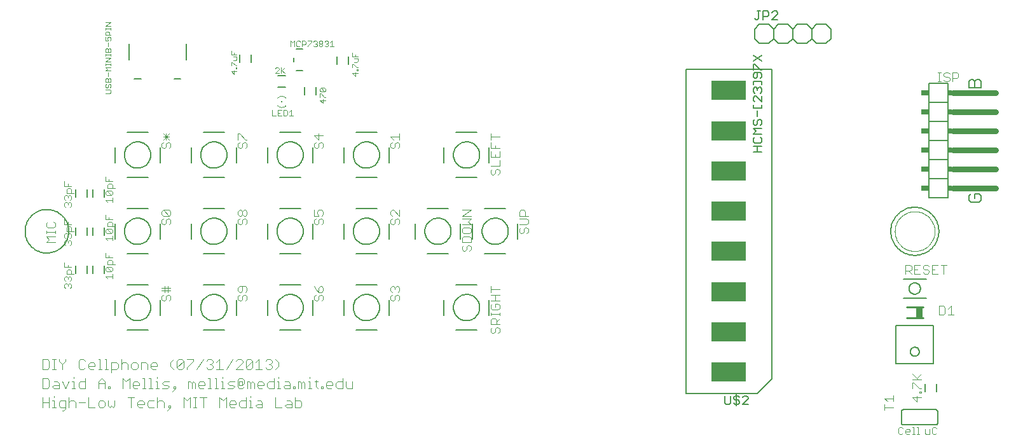
<source format=gto>
G75*
G70*
%OFA0B0*%
%FSLAX24Y24*%
%IPPOS*%
%LPD*%
%AMOC8*
5,1,8,0,0,1.08239X$1,22.5*
%
%ADD10C,0.0040*%
%ADD11C,0.0060*%
%ADD12C,0.0030*%
%ADD13C,0.0050*%
%ADD14C,0.0100*%
%ADD15R,0.0354X0.0531*%
%ADD16C,0.0080*%
%ADD17C,0.0300*%
%ADD18R,0.0200X0.0300*%
%ADD19R,0.0400X0.0300*%
%ADD20C,0.0020*%
%ADD21R,0.0079X0.0079*%
%ADD22R,0.0059X0.0098*%
%ADD23R,0.1800X0.1000*%
D10*
X002903Y002277D02*
X002990Y002277D01*
X003076Y002363D01*
X003076Y002797D01*
X002816Y002797D01*
X002729Y002710D01*
X002729Y002537D01*
X002816Y002450D01*
X003076Y002450D01*
X003245Y002450D02*
X003245Y002970D01*
X003332Y002797D02*
X003505Y002797D01*
X003592Y002710D01*
X003592Y002450D01*
X003761Y002710D02*
X004108Y002710D01*
X004276Y002450D02*
X004623Y002450D01*
X004792Y002537D02*
X004792Y002710D01*
X004879Y002797D01*
X005052Y002797D01*
X005139Y002710D01*
X005139Y002537D01*
X005052Y002450D01*
X004879Y002450D01*
X004792Y002537D01*
X005308Y002537D02*
X005308Y002797D01*
X005308Y002537D02*
X005394Y002450D01*
X005481Y002537D01*
X005568Y002450D01*
X005655Y002537D01*
X005655Y002797D01*
X006339Y002970D02*
X006686Y002970D01*
X006512Y002970D02*
X006512Y002450D01*
X006855Y002537D02*
X006855Y002710D01*
X006941Y002797D01*
X007115Y002797D01*
X007201Y002710D01*
X007201Y002623D01*
X006855Y002623D01*
X006855Y002537D02*
X006941Y002450D01*
X007115Y002450D01*
X007370Y002537D02*
X007370Y002710D01*
X007457Y002797D01*
X007717Y002797D01*
X007886Y002710D02*
X007973Y002797D01*
X008146Y002797D01*
X008233Y002710D01*
X008233Y002450D01*
X008401Y002277D02*
X008575Y002450D01*
X008488Y002450D01*
X008488Y002537D01*
X008575Y002537D01*
X008575Y002450D01*
X009261Y002450D02*
X009261Y002970D01*
X009434Y002797D01*
X009608Y002970D01*
X009608Y002450D01*
X009776Y002450D02*
X009950Y002450D01*
X009863Y002450D02*
X009863Y002970D01*
X009776Y002970D02*
X009950Y002970D01*
X010120Y002970D02*
X010467Y002970D01*
X010294Y002970D02*
X010294Y002450D01*
X011152Y002450D02*
X011152Y002970D01*
X011325Y002797D01*
X011498Y002970D01*
X011498Y002450D01*
X011667Y002537D02*
X011667Y002710D01*
X011754Y002797D01*
X011927Y002797D01*
X012014Y002710D01*
X012014Y002623D01*
X011667Y002623D01*
X011667Y002537D02*
X011754Y002450D01*
X011927Y002450D01*
X012183Y002537D02*
X012183Y002710D01*
X012270Y002797D01*
X012530Y002797D01*
X012698Y002797D02*
X012785Y002797D01*
X012785Y002450D01*
X012698Y002450D02*
X012872Y002450D01*
X013042Y002537D02*
X013129Y002623D01*
X013389Y002623D01*
X013389Y002710D02*
X013389Y002450D01*
X013129Y002450D01*
X013042Y002537D01*
X013129Y002797D02*
X013302Y002797D01*
X013389Y002710D01*
X012785Y002970D02*
X012785Y003057D01*
X012530Y002970D02*
X012530Y002450D01*
X012270Y002450D01*
X012183Y002537D01*
X012184Y003450D02*
X012097Y003537D01*
X012097Y003884D01*
X012184Y003970D01*
X012357Y003970D01*
X012444Y003884D01*
X012444Y003710D01*
X012357Y003623D01*
X012357Y003797D01*
X012184Y003797D01*
X012184Y003623D01*
X012357Y003623D01*
X012444Y003537D02*
X012357Y003450D01*
X012184Y003450D01*
X011928Y003537D02*
X011841Y003623D01*
X011668Y003623D01*
X011581Y003710D01*
X011668Y003797D01*
X011928Y003797D01*
X011928Y003537D02*
X011841Y003450D01*
X011581Y003450D01*
X011411Y003450D02*
X011237Y003450D01*
X011324Y003450D02*
X011324Y003797D01*
X011237Y003797D01*
X011324Y003970D02*
X011324Y004057D01*
X010980Y003970D02*
X010894Y003970D01*
X010980Y003970D02*
X010980Y003450D01*
X010894Y003450D02*
X011067Y003450D01*
X010723Y003450D02*
X010550Y003450D01*
X010637Y003450D02*
X010637Y003970D01*
X010550Y003970D01*
X010295Y003797D02*
X010381Y003710D01*
X010381Y003623D01*
X010034Y003623D01*
X010034Y003537D02*
X010034Y003710D01*
X010121Y003797D01*
X010295Y003797D01*
X010034Y003537D02*
X010121Y003450D01*
X010295Y003450D01*
X009866Y003450D02*
X009866Y003710D01*
X009779Y003797D01*
X009692Y003710D01*
X009692Y003450D01*
X009519Y003450D02*
X009519Y003797D01*
X009605Y003797D01*
X009692Y003710D01*
X008833Y003537D02*
X008833Y003450D01*
X008746Y003450D01*
X008746Y003537D01*
X008833Y003537D01*
X008833Y003450D02*
X008659Y003277D01*
X008404Y003450D02*
X008144Y003450D01*
X007973Y003450D02*
X007800Y003450D01*
X007887Y003450D02*
X007887Y003797D01*
X007800Y003797D01*
X007887Y003970D02*
X007887Y004057D01*
X007543Y003970D02*
X007543Y003450D01*
X007456Y003450D02*
X007630Y003450D01*
X007286Y003450D02*
X007112Y003450D01*
X007199Y003450D02*
X007199Y003970D01*
X007112Y003970D01*
X006857Y003797D02*
X006944Y003710D01*
X006944Y003623D01*
X006597Y003623D01*
X006597Y003537D02*
X006597Y003710D01*
X006683Y003797D01*
X006857Y003797D01*
X006597Y003537D02*
X006683Y003450D01*
X006857Y003450D01*
X006428Y003450D02*
X006428Y003970D01*
X006255Y003797D01*
X006081Y003970D01*
X006081Y003450D01*
X005394Y003450D02*
X005394Y003537D01*
X005308Y003537D01*
X005308Y003450D01*
X005394Y003450D01*
X005139Y003450D02*
X005139Y003797D01*
X004965Y003970D01*
X004792Y003797D01*
X004792Y003450D01*
X004792Y003710D02*
X005139Y003710D01*
X004108Y003797D02*
X003847Y003797D01*
X003761Y003710D01*
X003761Y003537D01*
X003847Y003450D01*
X004108Y003450D01*
X004108Y003970D01*
X003504Y003970D02*
X003504Y004057D01*
X003504Y003797D02*
X003504Y003450D01*
X003590Y003450D02*
X003417Y003450D01*
X003075Y003450D02*
X003248Y003797D01*
X003417Y003797D02*
X003504Y003797D01*
X003075Y003450D02*
X002901Y003797D01*
X002733Y003710D02*
X002646Y003797D01*
X002472Y003797D01*
X002472Y003623D02*
X002733Y003623D01*
X002733Y003710D02*
X002733Y003450D01*
X002472Y003450D01*
X002386Y003537D01*
X002472Y003623D01*
X002217Y003537D02*
X002217Y003884D01*
X002130Y003970D01*
X001870Y003970D01*
X001870Y003450D01*
X002130Y003450D01*
X002217Y003537D01*
X002472Y003057D02*
X002472Y002970D01*
X002472Y002797D02*
X002472Y002450D01*
X002386Y002450D02*
X002559Y002450D01*
X002217Y002450D02*
X002217Y002970D01*
X002386Y002797D02*
X002472Y002797D01*
X002217Y002710D02*
X001870Y002710D01*
X001870Y002450D02*
X001870Y002970D01*
X003245Y002710D02*
X003332Y002797D01*
X004276Y002970D02*
X004276Y002450D01*
X007370Y002537D02*
X007457Y002450D01*
X007717Y002450D01*
X007886Y002450D02*
X007886Y002970D01*
X008404Y003450D02*
X008491Y003537D01*
X008404Y003623D01*
X008230Y003623D01*
X008144Y003710D01*
X008230Y003797D01*
X008491Y003797D01*
X008747Y004450D02*
X008573Y004623D01*
X008573Y004797D01*
X008747Y004970D01*
X008917Y004884D02*
X009004Y004970D01*
X009177Y004970D01*
X009264Y004884D01*
X008917Y004537D01*
X009004Y004450D01*
X009177Y004450D01*
X009264Y004537D01*
X009264Y004884D01*
X009433Y004970D02*
X009780Y004970D01*
X009780Y004884D01*
X009433Y004537D01*
X009433Y004450D01*
X009948Y004450D02*
X010295Y004970D01*
X010464Y004884D02*
X010551Y004970D01*
X010724Y004970D01*
X010811Y004884D01*
X010811Y004797D01*
X010724Y004710D01*
X010811Y004623D01*
X010811Y004537D01*
X010724Y004450D01*
X010551Y004450D01*
X010464Y004537D01*
X010637Y004710D02*
X010724Y004710D01*
X010980Y004797D02*
X011153Y004970D01*
X011153Y004450D01*
X010980Y004450D02*
X011327Y004450D01*
X011495Y004450D02*
X011842Y004970D01*
X012011Y004884D02*
X012098Y004970D01*
X012271Y004970D01*
X012358Y004884D01*
X012358Y004797D01*
X012011Y004450D01*
X012358Y004450D01*
X012527Y004537D02*
X012874Y004884D01*
X012874Y004537D01*
X012787Y004450D01*
X012613Y004450D01*
X012527Y004537D01*
X012527Y004884D01*
X012613Y004970D01*
X012787Y004970D01*
X012874Y004884D01*
X013042Y004797D02*
X013216Y004970D01*
X013216Y004450D01*
X013389Y004450D02*
X013042Y004450D01*
X013558Y004537D02*
X013645Y004450D01*
X013818Y004450D01*
X013905Y004537D01*
X013905Y004623D01*
X013818Y004710D01*
X013731Y004710D01*
X013818Y004710D02*
X013905Y004797D01*
X013905Y004884D01*
X013818Y004970D01*
X013645Y004970D01*
X013558Y004884D01*
X014073Y004970D02*
X014247Y004797D01*
X014247Y004623D01*
X014073Y004450D01*
X014246Y004057D02*
X014246Y003970D01*
X014246Y003797D02*
X014246Y003450D01*
X014159Y003450D02*
X014333Y003450D01*
X014503Y003537D02*
X014590Y003623D01*
X014850Y003623D01*
X014850Y003710D02*
X014850Y003450D01*
X014590Y003450D01*
X014503Y003537D01*
X014590Y003797D02*
X014763Y003797D01*
X014850Y003710D01*
X015019Y003537D02*
X015106Y003537D01*
X015106Y003450D01*
X015019Y003450D01*
X015019Y003537D01*
X015277Y003450D02*
X015277Y003797D01*
X015363Y003797D01*
X015450Y003710D01*
X015537Y003797D01*
X015624Y003710D01*
X015624Y003450D01*
X015792Y003450D02*
X015966Y003450D01*
X015879Y003450D02*
X015879Y003797D01*
X015792Y003797D01*
X015879Y003970D02*
X015879Y004057D01*
X016136Y003797D02*
X016310Y003797D01*
X016223Y003884D02*
X016223Y003537D01*
X016310Y003450D01*
X016480Y003450D02*
X016567Y003450D01*
X016567Y003537D01*
X016480Y003537D01*
X016480Y003450D01*
X016738Y003537D02*
X016738Y003710D01*
X016824Y003797D01*
X016998Y003797D01*
X017085Y003710D01*
X017085Y003623D01*
X016738Y003623D01*
X016738Y003537D02*
X016824Y003450D01*
X016998Y003450D01*
X017253Y003537D02*
X017253Y003710D01*
X017340Y003797D01*
X017600Y003797D01*
X017769Y003797D02*
X017769Y003537D01*
X017856Y003450D01*
X018116Y003450D01*
X018116Y003797D01*
X017600Y003970D02*
X017600Y003450D01*
X017340Y003450D01*
X017253Y003537D01*
X015450Y003450D02*
X015450Y003710D01*
X014246Y003797D02*
X014159Y003797D01*
X013991Y003797D02*
X013731Y003797D01*
X013644Y003710D01*
X013644Y003537D01*
X013731Y003450D01*
X013991Y003450D01*
X013991Y003970D01*
X013475Y003710D02*
X013475Y003623D01*
X013128Y003623D01*
X013128Y003537D02*
X013128Y003710D01*
X013215Y003797D01*
X013388Y003797D01*
X013475Y003710D01*
X013388Y003450D02*
X013215Y003450D01*
X013128Y003537D01*
X012959Y003450D02*
X012959Y003710D01*
X012873Y003797D01*
X012786Y003710D01*
X012786Y003450D01*
X012612Y003450D02*
X012612Y003797D01*
X012699Y003797D01*
X012786Y003710D01*
X014073Y002970D02*
X014073Y002450D01*
X014420Y002450D01*
X014589Y002537D02*
X014676Y002623D01*
X014936Y002623D01*
X014936Y002710D02*
X014936Y002450D01*
X014676Y002450D01*
X014589Y002537D01*
X014676Y002797D02*
X014849Y002797D01*
X014936Y002710D01*
X015105Y002797D02*
X015365Y002797D01*
X015452Y002710D01*
X015452Y002537D01*
X015365Y002450D01*
X015105Y002450D01*
X015105Y002970D01*
X008917Y004537D02*
X008917Y004884D01*
X007889Y004710D02*
X007889Y004623D01*
X007542Y004623D01*
X007542Y004537D02*
X007542Y004710D01*
X007629Y004797D01*
X007802Y004797D01*
X007889Y004710D01*
X007629Y004450D02*
X007542Y004537D01*
X007629Y004450D02*
X007802Y004450D01*
X007373Y004450D02*
X007373Y004710D01*
X007287Y004797D01*
X007026Y004797D01*
X007026Y004450D01*
X006858Y004537D02*
X006858Y004710D01*
X006771Y004797D01*
X006597Y004797D01*
X006511Y004710D01*
X006511Y004537D01*
X006597Y004450D01*
X006771Y004450D01*
X006858Y004537D01*
X006342Y004450D02*
X006342Y004710D01*
X006255Y004797D01*
X006082Y004797D01*
X005995Y004710D01*
X005826Y004710D02*
X005826Y004537D01*
X005740Y004450D01*
X005479Y004450D01*
X005309Y004450D02*
X005136Y004450D01*
X005222Y004450D02*
X005222Y004970D01*
X005136Y004970D01*
X004879Y004970D02*
X004879Y004450D01*
X004965Y004450D02*
X004792Y004450D01*
X004623Y004623D02*
X004276Y004623D01*
X004276Y004537D02*
X004276Y004710D01*
X004363Y004797D01*
X004537Y004797D01*
X004623Y004710D01*
X004623Y004623D01*
X004537Y004450D02*
X004363Y004450D01*
X004276Y004537D01*
X004108Y004537D02*
X004021Y004450D01*
X003847Y004450D01*
X003761Y004537D01*
X003761Y004884D01*
X003847Y004970D01*
X004021Y004970D01*
X004108Y004884D01*
X004792Y004970D02*
X004879Y004970D01*
X005479Y004797D02*
X005740Y004797D01*
X005826Y004710D01*
X005995Y004970D02*
X005995Y004450D01*
X005479Y004277D02*
X005479Y004797D01*
X007456Y003970D02*
X007543Y003970D01*
X003076Y004884D02*
X003076Y004970D01*
X003076Y004884D02*
X002903Y004710D01*
X002903Y004450D01*
X002559Y004450D02*
X002386Y004450D01*
X002472Y004450D02*
X002472Y004970D01*
X002386Y004970D02*
X002559Y004970D01*
X002729Y004970D02*
X002729Y004884D01*
X002903Y004710D01*
X002217Y004537D02*
X002217Y004884D01*
X002130Y004970D01*
X001870Y004970D01*
X001870Y004450D01*
X002130Y004450D01*
X002217Y004537D01*
X008120Y008106D02*
X008196Y008029D01*
X008273Y008029D01*
X008350Y008106D01*
X008350Y008259D01*
X008427Y008336D01*
X008503Y008336D01*
X008580Y008259D01*
X008580Y008106D01*
X008503Y008029D01*
X008120Y008106D02*
X008120Y008259D01*
X008196Y008336D01*
X008273Y008490D02*
X008273Y008720D01*
X008273Y008797D01*
X008427Y008797D02*
X008427Y008490D01*
X008580Y008566D02*
X008120Y008566D01*
X008120Y008720D02*
X008580Y008720D01*
X012120Y008720D02*
X012120Y008566D01*
X012196Y008490D01*
X012273Y008490D01*
X012350Y008566D01*
X012350Y008797D01*
X012503Y008797D02*
X012196Y008797D01*
X012120Y008720D01*
X012503Y008797D02*
X012580Y008720D01*
X012580Y008566D01*
X012503Y008490D01*
X012503Y008336D02*
X012580Y008259D01*
X012580Y008106D01*
X012503Y008029D01*
X012350Y008106D02*
X012350Y008259D01*
X012427Y008336D01*
X012503Y008336D01*
X012350Y008106D02*
X012273Y008029D01*
X012196Y008029D01*
X012120Y008106D01*
X012120Y008259D01*
X012196Y008336D01*
X016120Y008259D02*
X016120Y008106D01*
X016196Y008029D01*
X016273Y008029D01*
X016350Y008106D01*
X016350Y008259D01*
X016427Y008336D01*
X016503Y008336D01*
X016580Y008259D01*
X016580Y008106D01*
X016503Y008029D01*
X016196Y008336D02*
X016120Y008259D01*
X016350Y008490D02*
X016350Y008720D01*
X016427Y008797D01*
X016503Y008797D01*
X016580Y008720D01*
X016580Y008566D01*
X016503Y008490D01*
X016350Y008490D01*
X016196Y008643D01*
X016120Y008797D01*
X020120Y008720D02*
X020120Y008566D01*
X020196Y008490D01*
X020196Y008336D02*
X020120Y008259D01*
X020120Y008106D01*
X020196Y008029D01*
X020273Y008029D01*
X020350Y008106D01*
X020350Y008259D01*
X020427Y008336D01*
X020503Y008336D01*
X020580Y008259D01*
X020580Y008106D01*
X020503Y008029D01*
X020503Y008490D02*
X020580Y008566D01*
X020580Y008720D01*
X020503Y008797D01*
X020427Y008797D01*
X020350Y008720D01*
X020350Y008643D01*
X020350Y008720D02*
X020273Y008797D01*
X020196Y008797D01*
X020120Y008720D01*
X023870Y010725D02*
X023946Y010648D01*
X024023Y010648D01*
X024100Y010725D01*
X024100Y010878D01*
X024177Y010955D01*
X024253Y010955D01*
X024330Y010878D01*
X024330Y010725D01*
X024253Y010648D01*
X023870Y010725D02*
X023870Y010878D01*
X023946Y010955D01*
X023870Y011108D02*
X023870Y011339D01*
X023946Y011415D01*
X024253Y011415D01*
X024330Y011339D01*
X024330Y011108D01*
X023870Y011108D01*
X023946Y011569D02*
X024253Y011569D01*
X024330Y011646D01*
X024330Y011799D01*
X024253Y011876D01*
X023946Y011876D01*
X023870Y011799D01*
X023870Y011646D01*
X023946Y011569D01*
X023870Y012029D02*
X024330Y012029D01*
X024177Y012183D01*
X024330Y012336D01*
X023870Y012336D01*
X023870Y012490D02*
X024330Y012797D01*
X023870Y012797D01*
X023870Y012490D02*
X024330Y012490D01*
X026870Y012490D02*
X026870Y012720D01*
X026946Y012797D01*
X027100Y012797D01*
X027177Y012720D01*
X027177Y012490D01*
X027330Y012490D02*
X026870Y012490D01*
X026870Y012336D02*
X027253Y012336D01*
X027330Y012259D01*
X027330Y012106D01*
X027253Y012029D01*
X026870Y012029D01*
X026946Y011876D02*
X026870Y011799D01*
X026870Y011646D01*
X026946Y011569D01*
X027023Y011569D01*
X027100Y011646D01*
X027100Y011799D01*
X027177Y011876D01*
X027253Y011876D01*
X027330Y011799D01*
X027330Y011646D01*
X027253Y011569D01*
X025370Y008797D02*
X025370Y008490D01*
X025370Y008643D02*
X025830Y008643D01*
X025830Y008336D02*
X025370Y008336D01*
X025600Y008336D02*
X025600Y008029D01*
X025600Y007876D02*
X025600Y007722D01*
X025600Y007876D02*
X025753Y007876D01*
X025830Y007799D01*
X025830Y007646D01*
X025753Y007569D01*
X025446Y007569D01*
X025370Y007646D01*
X025370Y007799D01*
X025446Y007876D01*
X025370Y008029D02*
X025830Y008029D01*
X025830Y007415D02*
X025830Y007262D01*
X025830Y007339D02*
X025370Y007339D01*
X025370Y007415D02*
X025370Y007262D01*
X025446Y007108D02*
X025600Y007108D01*
X025677Y007032D01*
X025677Y006801D01*
X025677Y006648D02*
X025753Y006648D01*
X025830Y006571D01*
X025830Y006418D01*
X025753Y006341D01*
X025600Y006418D02*
X025600Y006571D01*
X025677Y006648D01*
X025830Y006801D02*
X025370Y006801D01*
X025370Y007032D01*
X025446Y007108D01*
X025677Y006955D02*
X025830Y007108D01*
X025446Y006648D02*
X025370Y006571D01*
X025370Y006418D01*
X025446Y006341D01*
X025523Y006341D01*
X025600Y006418D01*
X020503Y012029D02*
X020580Y012106D01*
X020580Y012259D01*
X020503Y012336D01*
X020427Y012336D01*
X020350Y012259D01*
X020350Y012106D01*
X020273Y012029D01*
X020196Y012029D01*
X020120Y012106D01*
X020120Y012259D01*
X020196Y012336D01*
X020196Y012490D02*
X020120Y012566D01*
X020120Y012720D01*
X020196Y012797D01*
X020273Y012797D01*
X020580Y012490D01*
X020580Y012797D01*
X016580Y012720D02*
X016580Y012566D01*
X016503Y012490D01*
X016350Y012490D02*
X016273Y012643D01*
X016273Y012720D01*
X016350Y012797D01*
X016503Y012797D01*
X016580Y012720D01*
X016350Y012490D02*
X016120Y012490D01*
X016120Y012797D01*
X016196Y012336D02*
X016120Y012259D01*
X016120Y012106D01*
X016196Y012029D01*
X016273Y012029D01*
X016350Y012106D01*
X016350Y012259D01*
X016427Y012336D01*
X016503Y012336D01*
X016580Y012259D01*
X016580Y012106D01*
X016503Y012029D01*
X012580Y012106D02*
X012503Y012029D01*
X012580Y012106D02*
X012580Y012259D01*
X012503Y012336D01*
X012427Y012336D01*
X012350Y012259D01*
X012350Y012106D01*
X012273Y012029D01*
X012196Y012029D01*
X012120Y012106D01*
X012120Y012259D01*
X012196Y012336D01*
X012196Y012490D02*
X012273Y012490D01*
X012350Y012566D01*
X012350Y012720D01*
X012427Y012797D01*
X012503Y012797D01*
X012580Y012720D01*
X012580Y012566D01*
X012503Y012490D01*
X012427Y012490D01*
X012350Y012566D01*
X012350Y012720D02*
X012273Y012797D01*
X012196Y012797D01*
X012120Y012720D01*
X012120Y012566D01*
X012196Y012490D01*
X008580Y012566D02*
X008503Y012490D01*
X008196Y012797D01*
X008503Y012797D01*
X008580Y012720D01*
X008580Y012566D01*
X008503Y012490D02*
X008196Y012490D01*
X008120Y012566D01*
X008120Y012720D01*
X008196Y012797D01*
X008196Y012336D02*
X008120Y012259D01*
X008120Y012106D01*
X008196Y012029D01*
X008273Y012029D01*
X008350Y012106D01*
X008350Y012259D01*
X008427Y012336D01*
X008503Y012336D01*
X008580Y012259D01*
X008580Y012106D01*
X008503Y012029D01*
X002530Y011944D02*
X002530Y012098D01*
X002453Y012174D01*
X002530Y011944D02*
X002453Y011867D01*
X002146Y011867D01*
X002070Y011944D01*
X002070Y012098D01*
X002146Y012174D01*
X002070Y011714D02*
X002070Y011560D01*
X002070Y011637D02*
X002530Y011637D01*
X002530Y011560D02*
X002530Y011714D01*
X002530Y011407D02*
X002070Y011407D01*
X002223Y011253D01*
X002070Y011100D01*
X002530Y011100D01*
X008120Y016106D02*
X008196Y016029D01*
X008273Y016029D01*
X008350Y016106D01*
X008350Y016259D01*
X008427Y016336D01*
X008503Y016336D01*
X008580Y016259D01*
X008580Y016106D01*
X008503Y016029D01*
X008120Y016106D02*
X008120Y016259D01*
X008196Y016336D01*
X008196Y016490D02*
X008503Y016797D01*
X008350Y016797D02*
X008350Y016490D01*
X008503Y016490D02*
X008196Y016797D01*
X008196Y016643D02*
X008503Y016643D01*
X012120Y016490D02*
X012120Y016797D01*
X012196Y016797D01*
X012503Y016490D01*
X012580Y016490D01*
X012503Y016336D02*
X012580Y016259D01*
X012580Y016106D01*
X012503Y016029D01*
X012350Y016106D02*
X012350Y016259D01*
X012427Y016336D01*
X012503Y016336D01*
X012350Y016106D02*
X012273Y016029D01*
X012196Y016029D01*
X012120Y016106D01*
X012120Y016259D01*
X012196Y016336D01*
X016120Y016259D02*
X016120Y016106D01*
X016196Y016029D01*
X016273Y016029D01*
X016350Y016106D01*
X016350Y016259D01*
X016427Y016336D01*
X016503Y016336D01*
X016580Y016259D01*
X016580Y016106D01*
X016503Y016029D01*
X016196Y016336D02*
X016120Y016259D01*
X016350Y016490D02*
X016350Y016797D01*
X016580Y016720D02*
X016120Y016720D01*
X016350Y016490D01*
X020120Y016643D02*
X020580Y016643D01*
X020580Y016490D02*
X020580Y016797D01*
X020273Y016490D02*
X020120Y016643D01*
X020196Y016336D02*
X020120Y016259D01*
X020120Y016106D01*
X020196Y016029D01*
X020273Y016029D01*
X020350Y016106D01*
X020350Y016259D01*
X020427Y016336D01*
X020503Y016336D01*
X020580Y016259D01*
X020580Y016106D01*
X020503Y016029D01*
X025370Y016029D02*
X025370Y016336D01*
X025370Y016490D02*
X025370Y016797D01*
X025370Y016643D02*
X025830Y016643D01*
X025600Y016183D02*
X025600Y016029D01*
X025830Y016029D02*
X025370Y016029D01*
X025370Y015876D02*
X025370Y015569D01*
X025830Y015569D01*
X025830Y015876D01*
X025600Y015722D02*
X025600Y015569D01*
X025830Y015415D02*
X025830Y015108D01*
X025370Y015108D01*
X025446Y014955D02*
X025370Y014878D01*
X025370Y014725D01*
X025446Y014648D01*
X025523Y014648D01*
X025600Y014725D01*
X025600Y014878D01*
X025677Y014955D01*
X025753Y014955D01*
X025830Y014878D01*
X025830Y014725D01*
X025753Y014648D01*
X014617Y018283D02*
X014594Y018260D01*
X014568Y018240D01*
X014540Y018223D01*
X014511Y018209D01*
X014480Y018198D01*
X014449Y018191D01*
X014416Y018187D01*
X014384Y018187D01*
X014351Y018191D01*
X014320Y018198D01*
X014289Y018209D01*
X014260Y018223D01*
X014232Y018240D01*
X014206Y018260D01*
X014183Y018283D01*
X014183Y018677D02*
X014206Y018700D01*
X014232Y018720D01*
X014260Y018737D01*
X014289Y018751D01*
X014320Y018762D01*
X014351Y018769D01*
X014384Y018773D01*
X014416Y018773D01*
X014449Y018769D01*
X014480Y018762D01*
X014511Y018751D01*
X014540Y018737D01*
X014568Y018720D01*
X014594Y018700D01*
X014617Y018677D01*
X047120Y009910D02*
X047120Y009450D01*
X047120Y009603D02*
X047350Y009603D01*
X047427Y009680D01*
X047427Y009834D01*
X047350Y009910D01*
X047120Y009910D01*
X047580Y009910D02*
X047580Y009450D01*
X047887Y009450D01*
X048041Y009527D02*
X048118Y009450D01*
X048271Y009450D01*
X048348Y009527D01*
X048348Y009603D01*
X048271Y009680D01*
X048118Y009680D01*
X048041Y009757D01*
X048041Y009834D01*
X048118Y009910D01*
X048271Y009910D01*
X048348Y009834D01*
X048501Y009910D02*
X048501Y009450D01*
X048808Y009450D01*
X048655Y009680D02*
X048501Y009680D01*
X048501Y009910D02*
X048808Y009910D01*
X048962Y009910D02*
X049268Y009910D01*
X049115Y009910D02*
X049115Y009450D01*
X047887Y009910D02*
X047580Y009910D01*
X047580Y009680D02*
X047734Y009680D01*
X047427Y009450D02*
X047273Y009603D01*
X048882Y007767D02*
X049112Y007767D01*
X049189Y007690D01*
X049189Y007383D01*
X049112Y007306D01*
X048882Y007306D01*
X048882Y007767D01*
X049343Y007613D02*
X049496Y007767D01*
X049496Y007306D01*
X049343Y007306D02*
X049650Y007306D01*
X047930Y004208D02*
X047700Y003978D01*
X047777Y003901D02*
X047470Y004208D01*
X047470Y003901D02*
X047930Y003901D01*
X047546Y003748D02*
X047853Y003441D01*
X047930Y003441D01*
X047930Y003287D02*
X047930Y003210D01*
X047853Y003210D01*
X047853Y003287D01*
X047930Y003287D01*
X047930Y002980D02*
X047470Y002980D01*
X047700Y002750D01*
X047700Y003057D01*
X047470Y003441D02*
X047470Y003748D01*
X047546Y003748D01*
X046480Y003067D02*
X046480Y002760D01*
X046480Y002914D02*
X046020Y002914D01*
X046173Y002760D01*
X046020Y002607D02*
X046020Y002300D01*
X046020Y002453D02*
X046480Y002453D01*
X048813Y019544D02*
X048966Y019544D01*
X048889Y019544D02*
X048889Y020004D01*
X048813Y020004D02*
X048966Y020004D01*
X049119Y019927D02*
X049119Y019851D01*
X049196Y019774D01*
X049350Y019774D01*
X049426Y019697D01*
X049426Y019620D01*
X049350Y019544D01*
X049196Y019544D01*
X049119Y019620D01*
X049119Y019927D02*
X049196Y020004D01*
X049350Y020004D01*
X049426Y019927D01*
X049580Y020004D02*
X049580Y019544D01*
X049580Y019697D02*
X049810Y019697D01*
X049887Y019774D01*
X049887Y019927D01*
X049810Y020004D01*
X049580Y020004D01*
D11*
X050429Y019530D02*
X050536Y019637D01*
X050643Y019637D01*
X050750Y019530D01*
X050750Y019210D01*
X051070Y019210D02*
X050429Y019210D01*
X050429Y019530D01*
X050750Y019530D02*
X050856Y019637D01*
X050963Y019637D01*
X051070Y019530D01*
X051070Y019210D01*
X049350Y019430D02*
X049350Y018430D01*
X049350Y017430D01*
X049350Y016430D01*
X049350Y015430D01*
X049350Y014430D01*
X049350Y013430D01*
X048350Y013430D01*
X048350Y014430D01*
X049350Y014430D01*
X048350Y014430D02*
X048350Y015430D01*
X049350Y015430D01*
X048350Y015430D02*
X048350Y016430D01*
X049350Y016430D01*
X048350Y016430D02*
X048350Y017430D01*
X049350Y017430D01*
X048350Y017430D02*
X048350Y018430D01*
X049350Y018430D01*
X048350Y018430D02*
X048350Y019430D01*
X049350Y019430D01*
X043200Y021780D02*
X043200Y022280D01*
X042950Y022530D01*
X042450Y022530D01*
X042200Y022280D01*
X042200Y021780D01*
X042450Y021530D01*
X042950Y021530D01*
X043200Y021780D01*
X042200Y021780D02*
X041950Y021530D01*
X041450Y021530D01*
X041200Y021780D01*
X040950Y021530D01*
X040450Y021530D01*
X040200Y021780D01*
X039950Y021530D01*
X039450Y021530D01*
X039200Y021780D01*
X039200Y022280D01*
X039450Y022530D01*
X039950Y022530D01*
X040200Y022280D01*
X040450Y022530D01*
X040950Y022530D01*
X041200Y022280D01*
X041200Y021780D01*
X041200Y022280D02*
X041450Y022530D01*
X041950Y022530D01*
X042200Y022280D01*
X040200Y022280D02*
X040200Y021780D01*
X050429Y013530D02*
X050429Y013317D01*
X050536Y013210D01*
X050963Y013210D01*
X051070Y013317D01*
X051070Y013530D01*
X050963Y013637D01*
X050750Y013637D01*
X050750Y013424D01*
X050536Y013637D02*
X050429Y013530D01*
X048700Y002330D02*
X047000Y002330D01*
X046983Y002328D01*
X046966Y002324D01*
X046950Y002317D01*
X046936Y002307D01*
X046923Y002294D01*
X046913Y002280D01*
X046906Y002264D01*
X046902Y002247D01*
X046900Y002230D01*
X046900Y001630D01*
X046902Y001613D01*
X046906Y001596D01*
X046913Y001580D01*
X046923Y001566D01*
X046936Y001553D01*
X046950Y001543D01*
X046966Y001536D01*
X046983Y001532D01*
X047000Y001530D01*
X048700Y001530D01*
X048717Y001532D01*
X048734Y001536D01*
X048750Y001543D01*
X048764Y001553D01*
X048777Y001566D01*
X048787Y001580D01*
X048794Y001596D01*
X048798Y001613D01*
X048800Y001630D01*
X048800Y002230D01*
X048798Y002247D01*
X048794Y002264D01*
X048787Y002280D01*
X048777Y002294D01*
X048764Y002307D01*
X048750Y002317D01*
X048734Y002324D01*
X048717Y002328D01*
X048700Y002330D01*
D12*
X048682Y001415D02*
X048558Y001415D01*
X048497Y001354D01*
X048497Y001107D01*
X048558Y001045D01*
X048682Y001045D01*
X048744Y001107D01*
X048744Y001354D02*
X048682Y001415D01*
X048375Y001292D02*
X048375Y001045D01*
X048190Y001045D01*
X048128Y001107D01*
X048128Y001292D01*
X047781Y001415D02*
X047781Y001045D01*
X047719Y001045D02*
X047843Y001045D01*
X047597Y001045D02*
X047474Y001045D01*
X047536Y001045D02*
X047536Y001415D01*
X047474Y001415D01*
X047291Y001292D02*
X047352Y001230D01*
X047352Y001168D01*
X047106Y001168D01*
X047106Y001107D02*
X047106Y001230D01*
X047167Y001292D01*
X047291Y001292D01*
X047291Y001045D02*
X047167Y001045D01*
X047106Y001107D01*
X046984Y001107D02*
X046922Y001045D01*
X046799Y001045D01*
X046737Y001107D01*
X046737Y001354D01*
X046799Y001415D01*
X046922Y001415D01*
X046984Y001354D01*
X047719Y001415D02*
X047781Y001415D01*
X014992Y017745D02*
X014799Y017745D01*
X014896Y017745D02*
X014896Y018035D01*
X014799Y017938D01*
X014698Y017987D02*
X014649Y018035D01*
X014504Y018035D01*
X014504Y017745D01*
X014649Y017745D01*
X014698Y017793D01*
X014698Y017987D01*
X014403Y018035D02*
X014210Y018035D01*
X014210Y017745D01*
X014403Y017745D01*
X014306Y017890D02*
X014210Y017890D01*
X014108Y017745D02*
X013915Y017745D01*
X013915Y018035D01*
X016415Y018556D02*
X016560Y018411D01*
X016560Y018605D01*
X016657Y018706D02*
X016705Y018706D01*
X016657Y018706D02*
X016463Y018899D01*
X016415Y018899D01*
X016415Y018706D01*
X016415Y018556D02*
X016705Y018556D01*
X016657Y019000D02*
X016463Y019194D01*
X016657Y019194D01*
X016705Y019145D01*
X016705Y019049D01*
X016657Y019000D01*
X016463Y019000D01*
X016415Y019049D01*
X016415Y019145D01*
X016463Y019194D01*
X018115Y019964D02*
X018260Y019819D01*
X018260Y020013D01*
X018357Y020114D02*
X018357Y020162D01*
X018405Y020162D01*
X018405Y020114D01*
X018357Y020114D01*
X018357Y020261D02*
X018163Y020455D01*
X018115Y020455D01*
X018115Y020261D01*
X018357Y020261D02*
X018405Y020261D01*
X018357Y020556D02*
X018212Y020556D01*
X018357Y020556D02*
X018405Y020604D01*
X018405Y020749D01*
X018212Y020749D01*
X018260Y020850D02*
X018260Y020947D01*
X018405Y020850D02*
X018115Y020850D01*
X018115Y021044D01*
X017146Y021370D02*
X016953Y021370D01*
X017049Y021370D02*
X017049Y021660D01*
X016953Y021563D01*
X016851Y021563D02*
X016803Y021515D01*
X016851Y021467D01*
X016851Y021418D01*
X016803Y021370D01*
X016706Y021370D01*
X016658Y021418D01*
X016557Y021418D02*
X016508Y021370D01*
X016412Y021370D01*
X016363Y021418D01*
X016363Y021467D01*
X016412Y021515D01*
X016508Y021515D01*
X016557Y021467D01*
X016557Y021418D01*
X016508Y021515D02*
X016557Y021563D01*
X016557Y021612D01*
X016508Y021660D01*
X016412Y021660D01*
X016363Y021612D01*
X016363Y021563D01*
X016412Y021515D01*
X016262Y021467D02*
X016262Y021418D01*
X016214Y021370D01*
X016117Y021370D01*
X016069Y021418D01*
X016165Y021515D02*
X016214Y021515D01*
X016262Y021467D01*
X016214Y021515D02*
X016262Y021563D01*
X016262Y021612D01*
X016214Y021660D01*
X016117Y021660D01*
X016069Y021612D01*
X015967Y021612D02*
X015774Y021418D01*
X015774Y021370D01*
X015673Y021515D02*
X015624Y021467D01*
X015479Y021467D01*
X015479Y021370D02*
X015479Y021660D01*
X015624Y021660D01*
X015673Y021612D01*
X015673Y021515D01*
X015774Y021660D02*
X015967Y021660D01*
X015967Y021612D01*
X015378Y021612D02*
X015330Y021660D01*
X015233Y021660D01*
X015185Y021612D01*
X015185Y021418D01*
X015233Y021370D01*
X015330Y021370D01*
X015378Y021418D01*
X015083Y021370D02*
X015083Y021660D01*
X014987Y021563D01*
X014890Y021660D01*
X014890Y021370D01*
X016658Y021612D02*
X016706Y021660D01*
X016803Y021660D01*
X016851Y021612D01*
X016851Y021563D01*
X016803Y021515D02*
X016755Y021515D01*
X014564Y020265D02*
X014370Y020072D01*
X014419Y020120D02*
X014564Y019975D01*
X014370Y019975D02*
X014370Y020265D01*
X014269Y020217D02*
X014221Y020265D01*
X014124Y020265D01*
X014076Y020217D01*
X014269Y020217D02*
X014269Y020168D01*
X014076Y019975D01*
X014269Y019975D01*
X012055Y020064D02*
X011765Y020064D01*
X011910Y019919D01*
X011910Y020113D01*
X012007Y020214D02*
X012007Y020262D01*
X012055Y020262D01*
X012055Y020214D01*
X012007Y020214D01*
X012007Y020361D02*
X012055Y020361D01*
X012007Y020361D02*
X011813Y020555D01*
X011765Y020555D01*
X011765Y020361D01*
X011862Y020656D02*
X012007Y020656D01*
X012055Y020704D01*
X012055Y020849D01*
X011862Y020849D01*
X011910Y020950D02*
X011910Y021047D01*
X012055Y020950D02*
X011765Y020950D01*
X011765Y021144D01*
X005455Y021220D02*
X005455Y021075D01*
X005165Y021075D01*
X005165Y021220D01*
X005213Y021269D01*
X005262Y021269D01*
X005310Y021220D01*
X005310Y021075D01*
X005310Y021220D02*
X005358Y021269D01*
X005407Y021269D01*
X005455Y021220D01*
X005310Y021370D02*
X005310Y021563D01*
X005310Y021665D02*
X005165Y021665D01*
X005165Y021858D01*
X005165Y021959D02*
X005165Y022104D01*
X005213Y022153D01*
X005310Y022153D01*
X005358Y022104D01*
X005358Y021959D01*
X005455Y021959D02*
X005165Y021959D01*
X005310Y021858D02*
X005407Y021858D01*
X005455Y021810D01*
X005455Y021713D01*
X005407Y021665D01*
X005310Y021665D02*
X005262Y021761D01*
X005262Y021810D01*
X005310Y021858D01*
X005455Y022254D02*
X005455Y022351D01*
X005455Y022302D02*
X005165Y022302D01*
X005165Y022254D02*
X005165Y022351D01*
X005165Y022450D02*
X005455Y022644D01*
X005165Y022644D01*
X005165Y022450D02*
X005455Y022450D01*
X005455Y020976D02*
X005455Y020879D01*
X005455Y020927D02*
X005165Y020927D01*
X005165Y020879D02*
X005165Y020976D01*
X005165Y020778D02*
X005455Y020778D01*
X005165Y020584D01*
X005455Y020584D01*
X005455Y020485D02*
X005455Y020388D01*
X005455Y020436D02*
X005165Y020436D01*
X005165Y020388D02*
X005165Y020485D01*
X005165Y020287D02*
X005455Y020287D01*
X005455Y020093D02*
X005165Y020093D01*
X005262Y020190D01*
X005165Y020287D01*
X005310Y019992D02*
X005310Y019798D01*
X005358Y019697D02*
X005407Y019697D01*
X005455Y019649D01*
X005455Y019504D01*
X005165Y019504D01*
X005165Y019649D01*
X005213Y019697D01*
X005262Y019697D01*
X005310Y019649D01*
X005310Y019504D01*
X005358Y019403D02*
X005407Y019403D01*
X005455Y019354D01*
X005455Y019258D01*
X005407Y019209D01*
X005407Y019108D02*
X005165Y019108D01*
X005213Y019209D02*
X005165Y019258D01*
X005165Y019354D01*
X005213Y019403D01*
X005310Y019354D02*
X005358Y019403D01*
X005310Y019354D02*
X005310Y019258D01*
X005262Y019209D01*
X005213Y019209D01*
X005407Y019108D02*
X005455Y019060D01*
X005455Y018963D01*
X005407Y018915D01*
X005165Y018915D01*
X005310Y019649D02*
X005358Y019697D01*
X005165Y014547D02*
X005165Y014300D01*
X005535Y014300D01*
X005473Y014179D02*
X005535Y014117D01*
X005535Y013932D01*
X005658Y013932D02*
X005288Y013932D01*
X005288Y014117D01*
X005350Y014179D01*
X005473Y014179D01*
X005350Y014300D02*
X005350Y014423D01*
X005473Y013810D02*
X005535Y013748D01*
X005535Y013625D01*
X005473Y013563D01*
X005226Y013810D01*
X005473Y013810D01*
X005226Y013810D02*
X005165Y013748D01*
X005165Y013625D01*
X005226Y013563D01*
X005473Y013563D01*
X005535Y013442D02*
X005535Y013195D01*
X005535Y013318D02*
X005165Y013318D01*
X005288Y013195D01*
X005165Y012547D02*
X005165Y012300D01*
X005535Y012300D01*
X005473Y012179D02*
X005535Y012117D01*
X005535Y011932D01*
X005658Y011932D02*
X005288Y011932D01*
X005288Y012117D01*
X005350Y012179D01*
X005473Y012179D01*
X005350Y012300D02*
X005350Y012423D01*
X005473Y011810D02*
X005535Y011748D01*
X005535Y011625D01*
X005473Y011563D01*
X005226Y011810D01*
X005473Y011810D01*
X005226Y011810D02*
X005165Y011748D01*
X005165Y011625D01*
X005226Y011563D01*
X005473Y011563D01*
X005535Y011442D02*
X005535Y011195D01*
X005535Y011318D02*
X005165Y011318D01*
X005288Y011195D01*
X005165Y010547D02*
X005165Y010300D01*
X005535Y010300D01*
X005473Y010179D02*
X005535Y010117D01*
X005535Y009932D01*
X005658Y009932D02*
X005288Y009932D01*
X005288Y010117D01*
X005350Y010179D01*
X005473Y010179D01*
X005350Y010300D02*
X005350Y010423D01*
X005473Y009810D02*
X005535Y009748D01*
X005535Y009625D01*
X005473Y009563D01*
X005226Y009810D01*
X005473Y009810D01*
X005226Y009810D02*
X005165Y009748D01*
X005165Y009625D01*
X005226Y009563D01*
X005473Y009563D01*
X005535Y009442D02*
X005535Y009195D01*
X005535Y009318D02*
X005165Y009318D01*
X005288Y009195D01*
X003508Y009432D02*
X003138Y009432D01*
X003138Y009617D01*
X003200Y009679D01*
X003323Y009679D01*
X003385Y009617D01*
X003385Y009432D01*
X003323Y009310D02*
X003385Y009248D01*
X003385Y009125D01*
X003323Y009063D01*
X003323Y008942D02*
X003385Y008880D01*
X003385Y008757D01*
X003323Y008695D01*
X003200Y008818D02*
X003200Y008880D01*
X003262Y008942D01*
X003323Y008942D01*
X003200Y008880D02*
X003138Y008942D01*
X003076Y008942D01*
X003015Y008880D01*
X003015Y008757D01*
X003076Y008695D01*
X003076Y009063D02*
X003015Y009125D01*
X003015Y009248D01*
X003076Y009310D01*
X003138Y009310D01*
X003200Y009248D01*
X003262Y009310D01*
X003323Y009310D01*
X003200Y009248D02*
X003200Y009187D01*
X003200Y009800D02*
X003200Y009923D01*
X003385Y009800D02*
X003015Y009800D01*
X003015Y010047D01*
X003076Y010945D02*
X003015Y011007D01*
X003015Y011130D01*
X003076Y011192D01*
X003138Y011192D01*
X003200Y011130D01*
X003262Y011192D01*
X003323Y011192D01*
X003385Y011130D01*
X003385Y011007D01*
X003323Y010945D01*
X003200Y011068D02*
X003200Y011130D01*
X003323Y011313D02*
X003385Y011375D01*
X003385Y011498D01*
X003323Y011560D01*
X003262Y011560D01*
X003200Y011498D01*
X003200Y011437D01*
X003200Y011498D02*
X003138Y011560D01*
X003076Y011560D01*
X003015Y011498D01*
X003015Y011375D01*
X003076Y011313D01*
X003138Y011682D02*
X003138Y011867D01*
X003200Y011929D01*
X003323Y011929D01*
X003385Y011867D01*
X003385Y011682D01*
X003508Y011682D02*
X003138Y011682D01*
X003200Y012050D02*
X003200Y012173D01*
X003385Y012050D02*
X003015Y012050D01*
X003015Y012297D01*
X003076Y012945D02*
X003015Y013007D01*
X003015Y013130D01*
X003076Y013192D01*
X003138Y013192D01*
X003200Y013130D01*
X003262Y013192D01*
X003323Y013192D01*
X003385Y013130D01*
X003385Y013007D01*
X003323Y012945D01*
X003200Y013068D02*
X003200Y013130D01*
X003323Y013313D02*
X003385Y013375D01*
X003385Y013498D01*
X003323Y013560D01*
X003262Y013560D01*
X003200Y013498D01*
X003200Y013437D01*
X003200Y013498D02*
X003138Y013560D01*
X003076Y013560D01*
X003015Y013498D01*
X003015Y013375D01*
X003076Y013313D01*
X003138Y013682D02*
X003138Y013867D01*
X003200Y013929D01*
X003323Y013929D01*
X003385Y013867D01*
X003385Y013682D01*
X003508Y013682D02*
X003138Y013682D01*
X003200Y014050D02*
X003200Y014173D01*
X003385Y014050D02*
X003015Y014050D01*
X003015Y014297D01*
X018115Y019964D02*
X018405Y019964D01*
D13*
X017900Y020430D02*
X017900Y020830D01*
X017300Y020830D02*
X017300Y020430D01*
X016200Y019230D02*
X016200Y018830D01*
X015600Y018830D02*
X015600Y019230D01*
X014600Y019230D02*
X014200Y019230D01*
X014200Y019830D02*
X014600Y019830D01*
X012800Y020530D02*
X012800Y020930D01*
X012200Y020930D02*
X012200Y020530D01*
X011401Y016861D02*
X010299Y016861D01*
X009669Y016074D02*
X009669Y015286D01*
X010161Y015680D02*
X010163Y015732D01*
X010169Y015784D01*
X010179Y015835D01*
X010192Y015885D01*
X010210Y015935D01*
X010231Y015982D01*
X010255Y016028D01*
X010284Y016072D01*
X010315Y016114D01*
X010349Y016153D01*
X010386Y016190D01*
X010426Y016223D01*
X010469Y016254D01*
X010513Y016281D01*
X010559Y016305D01*
X010608Y016325D01*
X010657Y016341D01*
X010708Y016354D01*
X010759Y016363D01*
X010811Y016368D01*
X010863Y016369D01*
X010915Y016366D01*
X010967Y016359D01*
X011018Y016348D01*
X011068Y016334D01*
X011117Y016315D01*
X011164Y016293D01*
X011209Y016268D01*
X011253Y016239D01*
X011294Y016207D01*
X011333Y016172D01*
X011368Y016134D01*
X011401Y016093D01*
X011431Y016051D01*
X011457Y016006D01*
X011480Y015959D01*
X011499Y015910D01*
X011515Y015860D01*
X011527Y015810D01*
X011535Y015758D01*
X011539Y015706D01*
X011539Y015654D01*
X011535Y015602D01*
X011527Y015550D01*
X011515Y015500D01*
X011499Y015450D01*
X011480Y015401D01*
X011457Y015354D01*
X011431Y015309D01*
X011401Y015267D01*
X011368Y015226D01*
X011333Y015188D01*
X011294Y015153D01*
X011253Y015121D01*
X011209Y015092D01*
X011164Y015067D01*
X011117Y015045D01*
X011068Y015026D01*
X011018Y015012D01*
X010967Y015001D01*
X010915Y014994D01*
X010863Y014991D01*
X010811Y014992D01*
X010759Y014997D01*
X010708Y015006D01*
X010657Y015019D01*
X010608Y015035D01*
X010559Y015055D01*
X010513Y015079D01*
X010469Y015106D01*
X010426Y015137D01*
X010386Y015170D01*
X010349Y015207D01*
X010315Y015246D01*
X010284Y015288D01*
X010255Y015332D01*
X010231Y015378D01*
X010210Y015425D01*
X010192Y015475D01*
X010179Y015525D01*
X010169Y015576D01*
X010163Y015628D01*
X010161Y015680D01*
X012031Y016074D02*
X012031Y015286D01*
X013669Y015286D02*
X013669Y016074D01*
X014161Y015680D02*
X014163Y015732D01*
X014169Y015784D01*
X014179Y015835D01*
X014192Y015885D01*
X014210Y015935D01*
X014231Y015982D01*
X014255Y016028D01*
X014284Y016072D01*
X014315Y016114D01*
X014349Y016153D01*
X014386Y016190D01*
X014426Y016223D01*
X014469Y016254D01*
X014513Y016281D01*
X014559Y016305D01*
X014608Y016325D01*
X014657Y016341D01*
X014708Y016354D01*
X014759Y016363D01*
X014811Y016368D01*
X014863Y016369D01*
X014915Y016366D01*
X014967Y016359D01*
X015018Y016348D01*
X015068Y016334D01*
X015117Y016315D01*
X015164Y016293D01*
X015209Y016268D01*
X015253Y016239D01*
X015294Y016207D01*
X015333Y016172D01*
X015368Y016134D01*
X015401Y016093D01*
X015431Y016051D01*
X015457Y016006D01*
X015480Y015959D01*
X015499Y015910D01*
X015515Y015860D01*
X015527Y015810D01*
X015535Y015758D01*
X015539Y015706D01*
X015539Y015654D01*
X015535Y015602D01*
X015527Y015550D01*
X015515Y015500D01*
X015499Y015450D01*
X015480Y015401D01*
X015457Y015354D01*
X015431Y015309D01*
X015401Y015267D01*
X015368Y015226D01*
X015333Y015188D01*
X015294Y015153D01*
X015253Y015121D01*
X015209Y015092D01*
X015164Y015067D01*
X015117Y015045D01*
X015068Y015026D01*
X015018Y015012D01*
X014967Y015001D01*
X014915Y014994D01*
X014863Y014991D01*
X014811Y014992D01*
X014759Y014997D01*
X014708Y015006D01*
X014657Y015019D01*
X014608Y015035D01*
X014559Y015055D01*
X014513Y015079D01*
X014469Y015106D01*
X014426Y015137D01*
X014386Y015170D01*
X014349Y015207D01*
X014315Y015246D01*
X014284Y015288D01*
X014255Y015332D01*
X014231Y015378D01*
X014210Y015425D01*
X014192Y015475D01*
X014179Y015525D01*
X014169Y015576D01*
X014163Y015628D01*
X014161Y015680D01*
X016031Y016074D02*
X016031Y015286D01*
X017669Y015286D02*
X017669Y016074D01*
X018299Y016861D02*
X019401Y016861D01*
X020031Y016074D02*
X020031Y015286D01*
X018161Y015680D02*
X018163Y015732D01*
X018169Y015784D01*
X018179Y015835D01*
X018192Y015885D01*
X018210Y015935D01*
X018231Y015982D01*
X018255Y016028D01*
X018284Y016072D01*
X018315Y016114D01*
X018349Y016153D01*
X018386Y016190D01*
X018426Y016223D01*
X018469Y016254D01*
X018513Y016281D01*
X018559Y016305D01*
X018608Y016325D01*
X018657Y016341D01*
X018708Y016354D01*
X018759Y016363D01*
X018811Y016368D01*
X018863Y016369D01*
X018915Y016366D01*
X018967Y016359D01*
X019018Y016348D01*
X019068Y016334D01*
X019117Y016315D01*
X019164Y016293D01*
X019209Y016268D01*
X019253Y016239D01*
X019294Y016207D01*
X019333Y016172D01*
X019368Y016134D01*
X019401Y016093D01*
X019431Y016051D01*
X019457Y016006D01*
X019480Y015959D01*
X019499Y015910D01*
X019515Y015860D01*
X019527Y015810D01*
X019535Y015758D01*
X019539Y015706D01*
X019539Y015654D01*
X019535Y015602D01*
X019527Y015550D01*
X019515Y015500D01*
X019499Y015450D01*
X019480Y015401D01*
X019457Y015354D01*
X019431Y015309D01*
X019401Y015267D01*
X019368Y015226D01*
X019333Y015188D01*
X019294Y015153D01*
X019253Y015121D01*
X019209Y015092D01*
X019164Y015067D01*
X019117Y015045D01*
X019068Y015026D01*
X019018Y015012D01*
X018967Y015001D01*
X018915Y014994D01*
X018863Y014991D01*
X018811Y014992D01*
X018759Y014997D01*
X018708Y015006D01*
X018657Y015019D01*
X018608Y015035D01*
X018559Y015055D01*
X018513Y015079D01*
X018469Y015106D01*
X018426Y015137D01*
X018386Y015170D01*
X018349Y015207D01*
X018315Y015246D01*
X018284Y015288D01*
X018255Y015332D01*
X018231Y015378D01*
X018210Y015425D01*
X018192Y015475D01*
X018179Y015525D01*
X018169Y015576D01*
X018163Y015628D01*
X018161Y015680D01*
X018299Y014499D02*
X019401Y014499D01*
X022919Y015286D02*
X022919Y016074D01*
X023549Y016861D02*
X024651Y016861D01*
X025281Y016074D02*
X025281Y015286D01*
X023411Y015680D02*
X023413Y015732D01*
X023419Y015784D01*
X023429Y015835D01*
X023442Y015885D01*
X023460Y015935D01*
X023481Y015982D01*
X023505Y016028D01*
X023534Y016072D01*
X023565Y016114D01*
X023599Y016153D01*
X023636Y016190D01*
X023676Y016223D01*
X023719Y016254D01*
X023763Y016281D01*
X023809Y016305D01*
X023858Y016325D01*
X023907Y016341D01*
X023958Y016354D01*
X024009Y016363D01*
X024061Y016368D01*
X024113Y016369D01*
X024165Y016366D01*
X024217Y016359D01*
X024268Y016348D01*
X024318Y016334D01*
X024367Y016315D01*
X024414Y016293D01*
X024459Y016268D01*
X024503Y016239D01*
X024544Y016207D01*
X024583Y016172D01*
X024618Y016134D01*
X024651Y016093D01*
X024681Y016051D01*
X024707Y016006D01*
X024730Y015959D01*
X024749Y015910D01*
X024765Y015860D01*
X024777Y015810D01*
X024785Y015758D01*
X024789Y015706D01*
X024789Y015654D01*
X024785Y015602D01*
X024777Y015550D01*
X024765Y015500D01*
X024749Y015450D01*
X024730Y015401D01*
X024707Y015354D01*
X024681Y015309D01*
X024651Y015267D01*
X024618Y015226D01*
X024583Y015188D01*
X024544Y015153D01*
X024503Y015121D01*
X024459Y015092D01*
X024414Y015067D01*
X024367Y015045D01*
X024318Y015026D01*
X024268Y015012D01*
X024217Y015001D01*
X024165Y014994D01*
X024113Y014991D01*
X024061Y014992D01*
X024009Y014997D01*
X023958Y015006D01*
X023907Y015019D01*
X023858Y015035D01*
X023809Y015055D01*
X023763Y015079D01*
X023719Y015106D01*
X023676Y015137D01*
X023636Y015170D01*
X023599Y015207D01*
X023565Y015246D01*
X023534Y015288D01*
X023505Y015332D01*
X023481Y015378D01*
X023460Y015425D01*
X023442Y015475D01*
X023429Y015525D01*
X023419Y015576D01*
X023413Y015628D01*
X023411Y015680D01*
X023549Y014499D02*
X024651Y014499D01*
X025049Y012861D02*
X026151Y012861D01*
X026781Y012074D02*
X026781Y011286D01*
X024911Y011680D02*
X024913Y011732D01*
X024919Y011784D01*
X024929Y011835D01*
X024942Y011885D01*
X024960Y011935D01*
X024981Y011982D01*
X025005Y012028D01*
X025034Y012072D01*
X025065Y012114D01*
X025099Y012153D01*
X025136Y012190D01*
X025176Y012223D01*
X025219Y012254D01*
X025263Y012281D01*
X025309Y012305D01*
X025358Y012325D01*
X025407Y012341D01*
X025458Y012354D01*
X025509Y012363D01*
X025561Y012368D01*
X025613Y012369D01*
X025665Y012366D01*
X025717Y012359D01*
X025768Y012348D01*
X025818Y012334D01*
X025867Y012315D01*
X025914Y012293D01*
X025959Y012268D01*
X026003Y012239D01*
X026044Y012207D01*
X026083Y012172D01*
X026118Y012134D01*
X026151Y012093D01*
X026181Y012051D01*
X026207Y012006D01*
X026230Y011959D01*
X026249Y011910D01*
X026265Y011860D01*
X026277Y011810D01*
X026285Y011758D01*
X026289Y011706D01*
X026289Y011654D01*
X026285Y011602D01*
X026277Y011550D01*
X026265Y011500D01*
X026249Y011450D01*
X026230Y011401D01*
X026207Y011354D01*
X026181Y011309D01*
X026151Y011267D01*
X026118Y011226D01*
X026083Y011188D01*
X026044Y011153D01*
X026003Y011121D01*
X025959Y011092D01*
X025914Y011067D01*
X025867Y011045D01*
X025818Y011026D01*
X025768Y011012D01*
X025717Y011001D01*
X025665Y010994D01*
X025613Y010991D01*
X025561Y010992D01*
X025509Y010997D01*
X025458Y011006D01*
X025407Y011019D01*
X025358Y011035D01*
X025309Y011055D01*
X025263Y011079D01*
X025219Y011106D01*
X025176Y011137D01*
X025136Y011170D01*
X025099Y011207D01*
X025065Y011246D01*
X025034Y011288D01*
X025005Y011332D01*
X024981Y011378D01*
X024960Y011425D01*
X024942Y011475D01*
X024929Y011525D01*
X024919Y011576D01*
X024913Y011628D01*
X024911Y011680D01*
X024419Y012074D02*
X024419Y011286D01*
X023781Y011286D02*
X023781Y012074D01*
X021911Y011680D02*
X021913Y011732D01*
X021919Y011784D01*
X021929Y011835D01*
X021942Y011885D01*
X021960Y011935D01*
X021981Y011982D01*
X022005Y012028D01*
X022034Y012072D01*
X022065Y012114D01*
X022099Y012153D01*
X022136Y012190D01*
X022176Y012223D01*
X022219Y012254D01*
X022263Y012281D01*
X022309Y012305D01*
X022358Y012325D01*
X022407Y012341D01*
X022458Y012354D01*
X022509Y012363D01*
X022561Y012368D01*
X022613Y012369D01*
X022665Y012366D01*
X022717Y012359D01*
X022768Y012348D01*
X022818Y012334D01*
X022867Y012315D01*
X022914Y012293D01*
X022959Y012268D01*
X023003Y012239D01*
X023044Y012207D01*
X023083Y012172D01*
X023118Y012134D01*
X023151Y012093D01*
X023181Y012051D01*
X023207Y012006D01*
X023230Y011959D01*
X023249Y011910D01*
X023265Y011860D01*
X023277Y011810D01*
X023285Y011758D01*
X023289Y011706D01*
X023289Y011654D01*
X023285Y011602D01*
X023277Y011550D01*
X023265Y011500D01*
X023249Y011450D01*
X023230Y011401D01*
X023207Y011354D01*
X023181Y011309D01*
X023151Y011267D01*
X023118Y011226D01*
X023083Y011188D01*
X023044Y011153D01*
X023003Y011121D01*
X022959Y011092D01*
X022914Y011067D01*
X022867Y011045D01*
X022818Y011026D01*
X022768Y011012D01*
X022717Y011001D01*
X022665Y010994D01*
X022613Y010991D01*
X022561Y010992D01*
X022509Y010997D01*
X022458Y011006D01*
X022407Y011019D01*
X022358Y011035D01*
X022309Y011055D01*
X022263Y011079D01*
X022219Y011106D01*
X022176Y011137D01*
X022136Y011170D01*
X022099Y011207D01*
X022065Y011246D01*
X022034Y011288D01*
X022005Y011332D01*
X021981Y011378D01*
X021960Y011425D01*
X021942Y011475D01*
X021929Y011525D01*
X021919Y011576D01*
X021913Y011628D01*
X021911Y011680D01*
X021419Y012074D02*
X021419Y011286D01*
X022049Y010499D02*
X023151Y010499D01*
X025049Y010499D02*
X026151Y010499D01*
X024651Y008861D02*
X023549Y008861D01*
X022919Y008074D02*
X022919Y007286D01*
X023549Y006499D02*
X024651Y006499D01*
X025281Y007286D02*
X025281Y008074D01*
X023411Y007680D02*
X023413Y007732D01*
X023419Y007784D01*
X023429Y007835D01*
X023442Y007885D01*
X023460Y007935D01*
X023481Y007982D01*
X023505Y008028D01*
X023534Y008072D01*
X023565Y008114D01*
X023599Y008153D01*
X023636Y008190D01*
X023676Y008223D01*
X023719Y008254D01*
X023763Y008281D01*
X023809Y008305D01*
X023858Y008325D01*
X023907Y008341D01*
X023958Y008354D01*
X024009Y008363D01*
X024061Y008368D01*
X024113Y008369D01*
X024165Y008366D01*
X024217Y008359D01*
X024268Y008348D01*
X024318Y008334D01*
X024367Y008315D01*
X024414Y008293D01*
X024459Y008268D01*
X024503Y008239D01*
X024544Y008207D01*
X024583Y008172D01*
X024618Y008134D01*
X024651Y008093D01*
X024681Y008051D01*
X024707Y008006D01*
X024730Y007959D01*
X024749Y007910D01*
X024765Y007860D01*
X024777Y007810D01*
X024785Y007758D01*
X024789Y007706D01*
X024789Y007654D01*
X024785Y007602D01*
X024777Y007550D01*
X024765Y007500D01*
X024749Y007450D01*
X024730Y007401D01*
X024707Y007354D01*
X024681Y007309D01*
X024651Y007267D01*
X024618Y007226D01*
X024583Y007188D01*
X024544Y007153D01*
X024503Y007121D01*
X024459Y007092D01*
X024414Y007067D01*
X024367Y007045D01*
X024318Y007026D01*
X024268Y007012D01*
X024217Y007001D01*
X024165Y006994D01*
X024113Y006991D01*
X024061Y006992D01*
X024009Y006997D01*
X023958Y007006D01*
X023907Y007019D01*
X023858Y007035D01*
X023809Y007055D01*
X023763Y007079D01*
X023719Y007106D01*
X023676Y007137D01*
X023636Y007170D01*
X023599Y007207D01*
X023565Y007246D01*
X023534Y007288D01*
X023505Y007332D01*
X023481Y007378D01*
X023460Y007425D01*
X023442Y007475D01*
X023429Y007525D01*
X023419Y007576D01*
X023413Y007628D01*
X023411Y007680D01*
X020031Y008074D02*
X020031Y007286D01*
X018161Y007680D02*
X018163Y007732D01*
X018169Y007784D01*
X018179Y007835D01*
X018192Y007885D01*
X018210Y007935D01*
X018231Y007982D01*
X018255Y008028D01*
X018284Y008072D01*
X018315Y008114D01*
X018349Y008153D01*
X018386Y008190D01*
X018426Y008223D01*
X018469Y008254D01*
X018513Y008281D01*
X018559Y008305D01*
X018608Y008325D01*
X018657Y008341D01*
X018708Y008354D01*
X018759Y008363D01*
X018811Y008368D01*
X018863Y008369D01*
X018915Y008366D01*
X018967Y008359D01*
X019018Y008348D01*
X019068Y008334D01*
X019117Y008315D01*
X019164Y008293D01*
X019209Y008268D01*
X019253Y008239D01*
X019294Y008207D01*
X019333Y008172D01*
X019368Y008134D01*
X019401Y008093D01*
X019431Y008051D01*
X019457Y008006D01*
X019480Y007959D01*
X019499Y007910D01*
X019515Y007860D01*
X019527Y007810D01*
X019535Y007758D01*
X019539Y007706D01*
X019539Y007654D01*
X019535Y007602D01*
X019527Y007550D01*
X019515Y007500D01*
X019499Y007450D01*
X019480Y007401D01*
X019457Y007354D01*
X019431Y007309D01*
X019401Y007267D01*
X019368Y007226D01*
X019333Y007188D01*
X019294Y007153D01*
X019253Y007121D01*
X019209Y007092D01*
X019164Y007067D01*
X019117Y007045D01*
X019068Y007026D01*
X019018Y007012D01*
X018967Y007001D01*
X018915Y006994D01*
X018863Y006991D01*
X018811Y006992D01*
X018759Y006997D01*
X018708Y007006D01*
X018657Y007019D01*
X018608Y007035D01*
X018559Y007055D01*
X018513Y007079D01*
X018469Y007106D01*
X018426Y007137D01*
X018386Y007170D01*
X018349Y007207D01*
X018315Y007246D01*
X018284Y007288D01*
X018255Y007332D01*
X018231Y007378D01*
X018210Y007425D01*
X018192Y007475D01*
X018179Y007525D01*
X018169Y007576D01*
X018163Y007628D01*
X018161Y007680D01*
X017669Y008074D02*
X017669Y007286D01*
X018299Y006499D02*
X019401Y006499D01*
X016031Y007286D02*
X016031Y008074D01*
X014161Y007680D02*
X014163Y007732D01*
X014169Y007784D01*
X014179Y007835D01*
X014192Y007885D01*
X014210Y007935D01*
X014231Y007982D01*
X014255Y008028D01*
X014284Y008072D01*
X014315Y008114D01*
X014349Y008153D01*
X014386Y008190D01*
X014426Y008223D01*
X014469Y008254D01*
X014513Y008281D01*
X014559Y008305D01*
X014608Y008325D01*
X014657Y008341D01*
X014708Y008354D01*
X014759Y008363D01*
X014811Y008368D01*
X014863Y008369D01*
X014915Y008366D01*
X014967Y008359D01*
X015018Y008348D01*
X015068Y008334D01*
X015117Y008315D01*
X015164Y008293D01*
X015209Y008268D01*
X015253Y008239D01*
X015294Y008207D01*
X015333Y008172D01*
X015368Y008134D01*
X015401Y008093D01*
X015431Y008051D01*
X015457Y008006D01*
X015480Y007959D01*
X015499Y007910D01*
X015515Y007860D01*
X015527Y007810D01*
X015535Y007758D01*
X015539Y007706D01*
X015539Y007654D01*
X015535Y007602D01*
X015527Y007550D01*
X015515Y007500D01*
X015499Y007450D01*
X015480Y007401D01*
X015457Y007354D01*
X015431Y007309D01*
X015401Y007267D01*
X015368Y007226D01*
X015333Y007188D01*
X015294Y007153D01*
X015253Y007121D01*
X015209Y007092D01*
X015164Y007067D01*
X015117Y007045D01*
X015068Y007026D01*
X015018Y007012D01*
X014967Y007001D01*
X014915Y006994D01*
X014863Y006991D01*
X014811Y006992D01*
X014759Y006997D01*
X014708Y007006D01*
X014657Y007019D01*
X014608Y007035D01*
X014559Y007055D01*
X014513Y007079D01*
X014469Y007106D01*
X014426Y007137D01*
X014386Y007170D01*
X014349Y007207D01*
X014315Y007246D01*
X014284Y007288D01*
X014255Y007332D01*
X014231Y007378D01*
X014210Y007425D01*
X014192Y007475D01*
X014179Y007525D01*
X014169Y007576D01*
X014163Y007628D01*
X014161Y007680D01*
X013669Y008074D02*
X013669Y007286D01*
X014299Y006499D02*
X015401Y006499D01*
X012031Y007286D02*
X012031Y008074D01*
X011401Y008861D02*
X010299Y008861D01*
X009669Y008074D02*
X009669Y007286D01*
X010161Y007680D02*
X010163Y007732D01*
X010169Y007784D01*
X010179Y007835D01*
X010192Y007885D01*
X010210Y007935D01*
X010231Y007982D01*
X010255Y008028D01*
X010284Y008072D01*
X010315Y008114D01*
X010349Y008153D01*
X010386Y008190D01*
X010426Y008223D01*
X010469Y008254D01*
X010513Y008281D01*
X010559Y008305D01*
X010608Y008325D01*
X010657Y008341D01*
X010708Y008354D01*
X010759Y008363D01*
X010811Y008368D01*
X010863Y008369D01*
X010915Y008366D01*
X010967Y008359D01*
X011018Y008348D01*
X011068Y008334D01*
X011117Y008315D01*
X011164Y008293D01*
X011209Y008268D01*
X011253Y008239D01*
X011294Y008207D01*
X011333Y008172D01*
X011368Y008134D01*
X011401Y008093D01*
X011431Y008051D01*
X011457Y008006D01*
X011480Y007959D01*
X011499Y007910D01*
X011515Y007860D01*
X011527Y007810D01*
X011535Y007758D01*
X011539Y007706D01*
X011539Y007654D01*
X011535Y007602D01*
X011527Y007550D01*
X011515Y007500D01*
X011499Y007450D01*
X011480Y007401D01*
X011457Y007354D01*
X011431Y007309D01*
X011401Y007267D01*
X011368Y007226D01*
X011333Y007188D01*
X011294Y007153D01*
X011253Y007121D01*
X011209Y007092D01*
X011164Y007067D01*
X011117Y007045D01*
X011068Y007026D01*
X011018Y007012D01*
X010967Y007001D01*
X010915Y006994D01*
X010863Y006991D01*
X010811Y006992D01*
X010759Y006997D01*
X010708Y007006D01*
X010657Y007019D01*
X010608Y007035D01*
X010559Y007055D01*
X010513Y007079D01*
X010469Y007106D01*
X010426Y007137D01*
X010386Y007170D01*
X010349Y007207D01*
X010315Y007246D01*
X010284Y007288D01*
X010255Y007332D01*
X010231Y007378D01*
X010210Y007425D01*
X010192Y007475D01*
X010179Y007525D01*
X010169Y007576D01*
X010163Y007628D01*
X010161Y007680D01*
X008031Y008074D02*
X008031Y007286D01*
X006161Y007680D02*
X006163Y007732D01*
X006169Y007784D01*
X006179Y007835D01*
X006192Y007885D01*
X006210Y007935D01*
X006231Y007982D01*
X006255Y008028D01*
X006284Y008072D01*
X006315Y008114D01*
X006349Y008153D01*
X006386Y008190D01*
X006426Y008223D01*
X006469Y008254D01*
X006513Y008281D01*
X006559Y008305D01*
X006608Y008325D01*
X006657Y008341D01*
X006708Y008354D01*
X006759Y008363D01*
X006811Y008368D01*
X006863Y008369D01*
X006915Y008366D01*
X006967Y008359D01*
X007018Y008348D01*
X007068Y008334D01*
X007117Y008315D01*
X007164Y008293D01*
X007209Y008268D01*
X007253Y008239D01*
X007294Y008207D01*
X007333Y008172D01*
X007368Y008134D01*
X007401Y008093D01*
X007431Y008051D01*
X007457Y008006D01*
X007480Y007959D01*
X007499Y007910D01*
X007515Y007860D01*
X007527Y007810D01*
X007535Y007758D01*
X007539Y007706D01*
X007539Y007654D01*
X007535Y007602D01*
X007527Y007550D01*
X007515Y007500D01*
X007499Y007450D01*
X007480Y007401D01*
X007457Y007354D01*
X007431Y007309D01*
X007401Y007267D01*
X007368Y007226D01*
X007333Y007188D01*
X007294Y007153D01*
X007253Y007121D01*
X007209Y007092D01*
X007164Y007067D01*
X007117Y007045D01*
X007068Y007026D01*
X007018Y007012D01*
X006967Y007001D01*
X006915Y006994D01*
X006863Y006991D01*
X006811Y006992D01*
X006759Y006997D01*
X006708Y007006D01*
X006657Y007019D01*
X006608Y007035D01*
X006559Y007055D01*
X006513Y007079D01*
X006469Y007106D01*
X006426Y007137D01*
X006386Y007170D01*
X006349Y007207D01*
X006315Y007246D01*
X006284Y007288D01*
X006255Y007332D01*
X006231Y007378D01*
X006210Y007425D01*
X006192Y007475D01*
X006179Y007525D01*
X006169Y007576D01*
X006163Y007628D01*
X006161Y007680D01*
X005669Y008074D02*
X005669Y007286D01*
X006299Y006499D02*
X007401Y006499D01*
X010299Y006499D02*
X011401Y006499D01*
X014299Y008861D02*
X015401Y008861D01*
X018299Y008861D02*
X019401Y008861D01*
X019401Y010499D02*
X018299Y010499D01*
X017669Y011286D02*
X017669Y012074D01*
X018299Y012861D02*
X019401Y012861D01*
X020031Y012074D02*
X020031Y011286D01*
X018161Y011680D02*
X018163Y011732D01*
X018169Y011784D01*
X018179Y011835D01*
X018192Y011885D01*
X018210Y011935D01*
X018231Y011982D01*
X018255Y012028D01*
X018284Y012072D01*
X018315Y012114D01*
X018349Y012153D01*
X018386Y012190D01*
X018426Y012223D01*
X018469Y012254D01*
X018513Y012281D01*
X018559Y012305D01*
X018608Y012325D01*
X018657Y012341D01*
X018708Y012354D01*
X018759Y012363D01*
X018811Y012368D01*
X018863Y012369D01*
X018915Y012366D01*
X018967Y012359D01*
X019018Y012348D01*
X019068Y012334D01*
X019117Y012315D01*
X019164Y012293D01*
X019209Y012268D01*
X019253Y012239D01*
X019294Y012207D01*
X019333Y012172D01*
X019368Y012134D01*
X019401Y012093D01*
X019431Y012051D01*
X019457Y012006D01*
X019480Y011959D01*
X019499Y011910D01*
X019515Y011860D01*
X019527Y011810D01*
X019535Y011758D01*
X019539Y011706D01*
X019539Y011654D01*
X019535Y011602D01*
X019527Y011550D01*
X019515Y011500D01*
X019499Y011450D01*
X019480Y011401D01*
X019457Y011354D01*
X019431Y011309D01*
X019401Y011267D01*
X019368Y011226D01*
X019333Y011188D01*
X019294Y011153D01*
X019253Y011121D01*
X019209Y011092D01*
X019164Y011067D01*
X019117Y011045D01*
X019068Y011026D01*
X019018Y011012D01*
X018967Y011001D01*
X018915Y010994D01*
X018863Y010991D01*
X018811Y010992D01*
X018759Y010997D01*
X018708Y011006D01*
X018657Y011019D01*
X018608Y011035D01*
X018559Y011055D01*
X018513Y011079D01*
X018469Y011106D01*
X018426Y011137D01*
X018386Y011170D01*
X018349Y011207D01*
X018315Y011246D01*
X018284Y011288D01*
X018255Y011332D01*
X018231Y011378D01*
X018210Y011425D01*
X018192Y011475D01*
X018179Y011525D01*
X018169Y011576D01*
X018163Y011628D01*
X018161Y011680D01*
X016031Y012074D02*
X016031Y011286D01*
X014161Y011680D02*
X014163Y011732D01*
X014169Y011784D01*
X014179Y011835D01*
X014192Y011885D01*
X014210Y011935D01*
X014231Y011982D01*
X014255Y012028D01*
X014284Y012072D01*
X014315Y012114D01*
X014349Y012153D01*
X014386Y012190D01*
X014426Y012223D01*
X014469Y012254D01*
X014513Y012281D01*
X014559Y012305D01*
X014608Y012325D01*
X014657Y012341D01*
X014708Y012354D01*
X014759Y012363D01*
X014811Y012368D01*
X014863Y012369D01*
X014915Y012366D01*
X014967Y012359D01*
X015018Y012348D01*
X015068Y012334D01*
X015117Y012315D01*
X015164Y012293D01*
X015209Y012268D01*
X015253Y012239D01*
X015294Y012207D01*
X015333Y012172D01*
X015368Y012134D01*
X015401Y012093D01*
X015431Y012051D01*
X015457Y012006D01*
X015480Y011959D01*
X015499Y011910D01*
X015515Y011860D01*
X015527Y011810D01*
X015535Y011758D01*
X015539Y011706D01*
X015539Y011654D01*
X015535Y011602D01*
X015527Y011550D01*
X015515Y011500D01*
X015499Y011450D01*
X015480Y011401D01*
X015457Y011354D01*
X015431Y011309D01*
X015401Y011267D01*
X015368Y011226D01*
X015333Y011188D01*
X015294Y011153D01*
X015253Y011121D01*
X015209Y011092D01*
X015164Y011067D01*
X015117Y011045D01*
X015068Y011026D01*
X015018Y011012D01*
X014967Y011001D01*
X014915Y010994D01*
X014863Y010991D01*
X014811Y010992D01*
X014759Y010997D01*
X014708Y011006D01*
X014657Y011019D01*
X014608Y011035D01*
X014559Y011055D01*
X014513Y011079D01*
X014469Y011106D01*
X014426Y011137D01*
X014386Y011170D01*
X014349Y011207D01*
X014315Y011246D01*
X014284Y011288D01*
X014255Y011332D01*
X014231Y011378D01*
X014210Y011425D01*
X014192Y011475D01*
X014179Y011525D01*
X014169Y011576D01*
X014163Y011628D01*
X014161Y011680D01*
X013669Y012074D02*
X013669Y011286D01*
X014299Y010499D02*
X015401Y010499D01*
X012031Y011286D02*
X012031Y012074D01*
X011401Y012861D02*
X010299Y012861D01*
X009669Y012074D02*
X009669Y011286D01*
X010161Y011680D02*
X010163Y011732D01*
X010169Y011784D01*
X010179Y011835D01*
X010192Y011885D01*
X010210Y011935D01*
X010231Y011982D01*
X010255Y012028D01*
X010284Y012072D01*
X010315Y012114D01*
X010349Y012153D01*
X010386Y012190D01*
X010426Y012223D01*
X010469Y012254D01*
X010513Y012281D01*
X010559Y012305D01*
X010608Y012325D01*
X010657Y012341D01*
X010708Y012354D01*
X010759Y012363D01*
X010811Y012368D01*
X010863Y012369D01*
X010915Y012366D01*
X010967Y012359D01*
X011018Y012348D01*
X011068Y012334D01*
X011117Y012315D01*
X011164Y012293D01*
X011209Y012268D01*
X011253Y012239D01*
X011294Y012207D01*
X011333Y012172D01*
X011368Y012134D01*
X011401Y012093D01*
X011431Y012051D01*
X011457Y012006D01*
X011480Y011959D01*
X011499Y011910D01*
X011515Y011860D01*
X011527Y011810D01*
X011535Y011758D01*
X011539Y011706D01*
X011539Y011654D01*
X011535Y011602D01*
X011527Y011550D01*
X011515Y011500D01*
X011499Y011450D01*
X011480Y011401D01*
X011457Y011354D01*
X011431Y011309D01*
X011401Y011267D01*
X011368Y011226D01*
X011333Y011188D01*
X011294Y011153D01*
X011253Y011121D01*
X011209Y011092D01*
X011164Y011067D01*
X011117Y011045D01*
X011068Y011026D01*
X011018Y011012D01*
X010967Y011001D01*
X010915Y010994D01*
X010863Y010991D01*
X010811Y010992D01*
X010759Y010997D01*
X010708Y011006D01*
X010657Y011019D01*
X010608Y011035D01*
X010559Y011055D01*
X010513Y011079D01*
X010469Y011106D01*
X010426Y011137D01*
X010386Y011170D01*
X010349Y011207D01*
X010315Y011246D01*
X010284Y011288D01*
X010255Y011332D01*
X010231Y011378D01*
X010210Y011425D01*
X010192Y011475D01*
X010179Y011525D01*
X010169Y011576D01*
X010163Y011628D01*
X010161Y011680D01*
X008031Y012074D02*
X008031Y011286D01*
X006161Y011680D02*
X006163Y011732D01*
X006169Y011784D01*
X006179Y011835D01*
X006192Y011885D01*
X006210Y011935D01*
X006231Y011982D01*
X006255Y012028D01*
X006284Y012072D01*
X006315Y012114D01*
X006349Y012153D01*
X006386Y012190D01*
X006426Y012223D01*
X006469Y012254D01*
X006513Y012281D01*
X006559Y012305D01*
X006608Y012325D01*
X006657Y012341D01*
X006708Y012354D01*
X006759Y012363D01*
X006811Y012368D01*
X006863Y012369D01*
X006915Y012366D01*
X006967Y012359D01*
X007018Y012348D01*
X007068Y012334D01*
X007117Y012315D01*
X007164Y012293D01*
X007209Y012268D01*
X007253Y012239D01*
X007294Y012207D01*
X007333Y012172D01*
X007368Y012134D01*
X007401Y012093D01*
X007431Y012051D01*
X007457Y012006D01*
X007480Y011959D01*
X007499Y011910D01*
X007515Y011860D01*
X007527Y011810D01*
X007535Y011758D01*
X007539Y011706D01*
X007539Y011654D01*
X007535Y011602D01*
X007527Y011550D01*
X007515Y011500D01*
X007499Y011450D01*
X007480Y011401D01*
X007457Y011354D01*
X007431Y011309D01*
X007401Y011267D01*
X007368Y011226D01*
X007333Y011188D01*
X007294Y011153D01*
X007253Y011121D01*
X007209Y011092D01*
X007164Y011067D01*
X007117Y011045D01*
X007068Y011026D01*
X007018Y011012D01*
X006967Y011001D01*
X006915Y010994D01*
X006863Y010991D01*
X006811Y010992D01*
X006759Y010997D01*
X006708Y011006D01*
X006657Y011019D01*
X006608Y011035D01*
X006559Y011055D01*
X006513Y011079D01*
X006469Y011106D01*
X006426Y011137D01*
X006386Y011170D01*
X006349Y011207D01*
X006315Y011246D01*
X006284Y011288D01*
X006255Y011332D01*
X006231Y011378D01*
X006210Y011425D01*
X006192Y011475D01*
X006179Y011525D01*
X006169Y011576D01*
X006163Y011628D01*
X006161Y011680D01*
X005669Y012074D02*
X005669Y011286D01*
X005100Y011480D02*
X005100Y011880D01*
X004500Y011880D02*
X004500Y011480D01*
X004200Y011480D02*
X004200Y011880D01*
X003600Y011880D02*
X003600Y011480D01*
X003600Y009880D02*
X003600Y009480D01*
X004200Y009480D02*
X004200Y009880D01*
X004500Y009880D02*
X004500Y009480D01*
X005100Y009480D02*
X005100Y009880D01*
X006299Y010499D02*
X007401Y010499D01*
X010299Y010499D02*
X011401Y010499D01*
X007401Y008861D02*
X006299Y008861D01*
X006299Y012861D02*
X007401Y012861D01*
X005100Y013480D02*
X005100Y013880D01*
X004500Y013880D02*
X004500Y013480D01*
X004200Y013480D02*
X004200Y013880D01*
X003600Y013880D02*
X003600Y013480D01*
X006299Y014499D02*
X007401Y014499D01*
X008031Y015286D02*
X008031Y016074D01*
X006161Y015680D02*
X006163Y015732D01*
X006169Y015784D01*
X006179Y015835D01*
X006192Y015885D01*
X006210Y015935D01*
X006231Y015982D01*
X006255Y016028D01*
X006284Y016072D01*
X006315Y016114D01*
X006349Y016153D01*
X006386Y016190D01*
X006426Y016223D01*
X006469Y016254D01*
X006513Y016281D01*
X006559Y016305D01*
X006608Y016325D01*
X006657Y016341D01*
X006708Y016354D01*
X006759Y016363D01*
X006811Y016368D01*
X006863Y016369D01*
X006915Y016366D01*
X006967Y016359D01*
X007018Y016348D01*
X007068Y016334D01*
X007117Y016315D01*
X007164Y016293D01*
X007209Y016268D01*
X007253Y016239D01*
X007294Y016207D01*
X007333Y016172D01*
X007368Y016134D01*
X007401Y016093D01*
X007431Y016051D01*
X007457Y016006D01*
X007480Y015959D01*
X007499Y015910D01*
X007515Y015860D01*
X007527Y015810D01*
X007535Y015758D01*
X007539Y015706D01*
X007539Y015654D01*
X007535Y015602D01*
X007527Y015550D01*
X007515Y015500D01*
X007499Y015450D01*
X007480Y015401D01*
X007457Y015354D01*
X007431Y015309D01*
X007401Y015267D01*
X007368Y015226D01*
X007333Y015188D01*
X007294Y015153D01*
X007253Y015121D01*
X007209Y015092D01*
X007164Y015067D01*
X007117Y015045D01*
X007068Y015026D01*
X007018Y015012D01*
X006967Y015001D01*
X006915Y014994D01*
X006863Y014991D01*
X006811Y014992D01*
X006759Y014997D01*
X006708Y015006D01*
X006657Y015019D01*
X006608Y015035D01*
X006559Y015055D01*
X006513Y015079D01*
X006469Y015106D01*
X006426Y015137D01*
X006386Y015170D01*
X006349Y015207D01*
X006315Y015246D01*
X006284Y015288D01*
X006255Y015332D01*
X006231Y015378D01*
X006210Y015425D01*
X006192Y015475D01*
X006179Y015525D01*
X006169Y015576D01*
X006163Y015628D01*
X006161Y015680D01*
X005669Y016074D02*
X005669Y015286D01*
X006299Y016861D02*
X007401Y016861D01*
X010299Y014499D02*
X011401Y014499D01*
X014299Y014499D02*
X015401Y014499D01*
X015401Y012861D02*
X014299Y012861D01*
X022049Y012861D02*
X023151Y012861D01*
X015401Y016861D02*
X014299Y016861D01*
X035600Y020180D02*
X040100Y020180D01*
X040100Y003930D01*
X039350Y003180D01*
X035600Y003180D01*
X035600Y020180D01*
X039125Y020152D02*
X039125Y020452D01*
X039200Y020452D01*
X039500Y020152D01*
X039575Y020152D01*
X039500Y019992D02*
X039200Y019992D01*
X039125Y019917D01*
X039125Y019767D01*
X039200Y019692D01*
X039275Y019692D01*
X039350Y019767D01*
X039350Y019992D01*
X039500Y019992D02*
X039575Y019917D01*
X039575Y019767D01*
X039500Y019692D01*
X039575Y019535D02*
X039125Y019535D01*
X039125Y019385D01*
X039200Y019225D02*
X039275Y019225D01*
X039350Y019149D01*
X039425Y019225D01*
X039500Y019225D01*
X039575Y019149D01*
X039575Y018999D01*
X039500Y018924D01*
X039575Y018764D02*
X039575Y018464D01*
X039275Y018764D01*
X039200Y018764D01*
X039125Y018689D01*
X039125Y018539D01*
X039200Y018464D01*
X039125Y018307D02*
X039125Y018157D01*
X039575Y018157D01*
X039575Y018307D01*
X039350Y017997D02*
X039350Y017697D01*
X039425Y017536D02*
X039500Y017536D01*
X039575Y017461D01*
X039575Y017311D01*
X039500Y017236D01*
X039350Y017311D02*
X039350Y017461D01*
X039425Y017536D01*
X039200Y017536D02*
X039125Y017461D01*
X039125Y017311D01*
X039200Y017236D01*
X039275Y017236D01*
X039350Y017311D01*
X039125Y017076D02*
X039575Y017076D01*
X039575Y016776D02*
X039125Y016776D01*
X039275Y016926D01*
X039125Y017076D01*
X039200Y016616D02*
X039125Y016541D01*
X039125Y016390D01*
X039200Y016315D01*
X039500Y016315D01*
X039575Y016390D01*
X039575Y016541D01*
X039500Y016616D01*
X039575Y016155D02*
X039125Y016155D01*
X039350Y016155D02*
X039350Y015855D01*
X039575Y015855D02*
X039125Y015855D01*
X039200Y018924D02*
X039125Y018999D01*
X039125Y019149D01*
X039200Y019225D01*
X039350Y019149D02*
X039350Y019074D01*
X039575Y019385D02*
X039575Y019535D01*
X039575Y020612D02*
X039125Y020913D01*
X039125Y020612D02*
X039575Y020913D01*
X039655Y022775D02*
X039655Y023225D01*
X039881Y023225D01*
X039956Y023150D01*
X039956Y023000D01*
X039881Y022925D01*
X039655Y022925D01*
X039420Y022850D02*
X039345Y022775D01*
X039270Y022775D01*
X039195Y022850D01*
X039420Y022850D02*
X039420Y023225D01*
X039345Y023225D02*
X039495Y023225D01*
X040116Y023150D02*
X040191Y023225D01*
X040341Y023225D01*
X040416Y023150D01*
X040416Y023075D01*
X040116Y022775D01*
X040416Y022775D01*
X046340Y011680D02*
X046342Y011751D01*
X046348Y011821D01*
X046358Y011891D01*
X046372Y011960D01*
X046389Y012029D01*
X046411Y012096D01*
X046436Y012162D01*
X046465Y012227D01*
X046497Y012289D01*
X046533Y012350D01*
X046572Y012409D01*
X046615Y012466D01*
X046660Y012520D01*
X046709Y012571D01*
X046760Y012620D01*
X046814Y012665D01*
X046871Y012708D01*
X046930Y012747D01*
X046991Y012783D01*
X047053Y012815D01*
X047118Y012844D01*
X047184Y012869D01*
X047251Y012891D01*
X047320Y012908D01*
X047389Y012922D01*
X047459Y012932D01*
X047529Y012938D01*
X047600Y012940D01*
X047671Y012938D01*
X047741Y012932D01*
X047811Y012922D01*
X047880Y012908D01*
X047949Y012891D01*
X048016Y012869D01*
X048082Y012844D01*
X048147Y012815D01*
X048209Y012783D01*
X048270Y012747D01*
X048329Y012708D01*
X048386Y012665D01*
X048440Y012620D01*
X048491Y012571D01*
X048540Y012520D01*
X048585Y012466D01*
X048628Y012409D01*
X048667Y012350D01*
X048703Y012289D01*
X048735Y012227D01*
X048764Y012162D01*
X048789Y012096D01*
X048811Y012029D01*
X048828Y011960D01*
X048842Y011891D01*
X048852Y011821D01*
X048858Y011751D01*
X048860Y011680D01*
X048858Y011609D01*
X048852Y011539D01*
X048842Y011469D01*
X048828Y011400D01*
X048811Y011331D01*
X048789Y011264D01*
X048764Y011198D01*
X048735Y011133D01*
X048703Y011071D01*
X048667Y011010D01*
X048628Y010951D01*
X048585Y010894D01*
X048540Y010840D01*
X048491Y010789D01*
X048440Y010740D01*
X048386Y010695D01*
X048329Y010652D01*
X048270Y010613D01*
X048209Y010577D01*
X048147Y010545D01*
X048082Y010516D01*
X048016Y010491D01*
X047949Y010469D01*
X047880Y010452D01*
X047811Y010438D01*
X047741Y010428D01*
X047671Y010422D01*
X047600Y010420D01*
X047529Y010422D01*
X047459Y010428D01*
X047389Y010438D01*
X047320Y010452D01*
X047251Y010469D01*
X047184Y010491D01*
X047118Y010516D01*
X047053Y010545D01*
X046991Y010577D01*
X046930Y010613D01*
X046871Y010652D01*
X046814Y010695D01*
X046760Y010740D01*
X046709Y010789D01*
X046660Y010840D01*
X046615Y010894D01*
X046572Y010951D01*
X046533Y011010D01*
X046497Y011071D01*
X046465Y011133D01*
X046436Y011198D01*
X046411Y011264D01*
X046389Y011331D01*
X046372Y011400D01*
X046358Y011469D01*
X046348Y011539D01*
X046342Y011609D01*
X046340Y011680D01*
X047009Y009172D02*
X048191Y009172D01*
X047305Y008680D02*
X047307Y008714D01*
X047313Y008748D01*
X047323Y008781D01*
X047336Y008812D01*
X047354Y008842D01*
X047374Y008870D01*
X047398Y008895D01*
X047424Y008917D01*
X047452Y008935D01*
X047483Y008951D01*
X047515Y008963D01*
X047549Y008971D01*
X047583Y008975D01*
X047617Y008975D01*
X047651Y008971D01*
X047685Y008963D01*
X047717Y008951D01*
X047747Y008935D01*
X047776Y008917D01*
X047802Y008895D01*
X047826Y008870D01*
X047846Y008842D01*
X047864Y008812D01*
X047877Y008781D01*
X047887Y008748D01*
X047893Y008714D01*
X047895Y008680D01*
X047893Y008646D01*
X047887Y008612D01*
X047877Y008579D01*
X047864Y008548D01*
X047846Y008518D01*
X047826Y008490D01*
X047802Y008465D01*
X047776Y008443D01*
X047748Y008425D01*
X047717Y008409D01*
X047685Y008397D01*
X047651Y008389D01*
X047617Y008385D01*
X047583Y008385D01*
X047549Y008389D01*
X047515Y008397D01*
X047483Y008409D01*
X047452Y008425D01*
X047424Y008443D01*
X047398Y008465D01*
X047374Y008490D01*
X047354Y008518D01*
X047336Y008548D01*
X047323Y008579D01*
X047313Y008612D01*
X047307Y008646D01*
X047305Y008680D01*
X047009Y008188D02*
X048191Y008188D01*
X048584Y006725D02*
X046616Y006725D01*
X046616Y004757D01*
X048584Y004757D01*
X048584Y006725D01*
X047364Y005367D02*
X047366Y005397D01*
X047372Y005427D01*
X047381Y005456D01*
X047394Y005483D01*
X047411Y005508D01*
X047430Y005531D01*
X047453Y005552D01*
X047478Y005569D01*
X047504Y005583D01*
X047533Y005593D01*
X047562Y005600D01*
X047592Y005603D01*
X047623Y005602D01*
X047653Y005597D01*
X047682Y005588D01*
X047709Y005576D01*
X047735Y005561D01*
X047759Y005542D01*
X047780Y005520D01*
X047798Y005496D01*
X047813Y005469D01*
X047824Y005441D01*
X047832Y005412D01*
X047836Y005382D01*
X047836Y005352D01*
X047832Y005322D01*
X047824Y005293D01*
X047813Y005265D01*
X047798Y005238D01*
X047780Y005214D01*
X047759Y005192D01*
X047735Y005173D01*
X047709Y005158D01*
X047682Y005146D01*
X047653Y005137D01*
X047623Y005132D01*
X047592Y005131D01*
X047562Y005134D01*
X047533Y005141D01*
X047504Y005151D01*
X047478Y005165D01*
X047453Y005182D01*
X047430Y005203D01*
X047411Y005226D01*
X047394Y005251D01*
X047381Y005278D01*
X047372Y005307D01*
X047366Y005337D01*
X047364Y005367D01*
X048150Y003680D02*
X048150Y003280D01*
X048750Y003280D02*
X048750Y003680D01*
X038865Y002980D02*
X038790Y003055D01*
X038640Y003055D01*
X038565Y002980D01*
X038404Y002980D02*
X038329Y003055D01*
X038179Y003055D01*
X038104Y002980D01*
X038104Y002905D01*
X038179Y002830D01*
X038329Y002830D01*
X038404Y002755D01*
X038404Y002680D01*
X038329Y002605D01*
X038179Y002605D01*
X038104Y002680D01*
X037944Y002680D02*
X037944Y003055D01*
X037644Y003055D02*
X037644Y002680D01*
X037719Y002605D01*
X037869Y002605D01*
X037944Y002680D01*
X038254Y002530D02*
X038254Y003130D01*
X038565Y002605D02*
X038865Y002905D01*
X038865Y002980D01*
X038865Y002605D02*
X038565Y002605D01*
D14*
X047167Y007154D02*
X048033Y007154D01*
X048033Y007706D02*
X047167Y007706D01*
D15*
X047836Y007420D03*
D16*
X015519Y020120D02*
X015181Y020120D01*
X015031Y020574D02*
X015031Y020786D01*
X015181Y021240D02*
X015519Y021240D01*
X009396Y021492D02*
X009396Y020665D01*
X009120Y019681D02*
X008766Y019681D01*
X007034Y019681D02*
X006680Y019681D01*
X006404Y020665D02*
X006404Y021492D01*
X000958Y011680D02*
X000960Y011747D01*
X000966Y011814D01*
X000976Y011880D01*
X000989Y011946D01*
X001007Y012011D01*
X001028Y012074D01*
X001053Y012136D01*
X001082Y012197D01*
X001114Y012256D01*
X001149Y012313D01*
X001188Y012367D01*
X001230Y012420D01*
X001275Y012470D01*
X001323Y012517D01*
X001373Y012561D01*
X001426Y012602D01*
X001481Y012640D01*
X001539Y012675D01*
X001598Y012706D01*
X001659Y012733D01*
X001722Y012758D01*
X001786Y012778D01*
X001851Y012794D01*
X001916Y012807D01*
X001983Y012816D01*
X002050Y012821D01*
X002117Y012822D01*
X002184Y012819D01*
X002250Y012812D01*
X002317Y012801D01*
X002382Y012787D01*
X002447Y012768D01*
X002510Y012746D01*
X002572Y012720D01*
X002632Y012691D01*
X002690Y012658D01*
X002747Y012621D01*
X002801Y012582D01*
X002852Y012539D01*
X002902Y012493D01*
X002948Y012445D01*
X002991Y012394D01*
X003032Y012340D01*
X003069Y012285D01*
X003103Y012227D01*
X003133Y012167D01*
X003160Y012105D01*
X003183Y012042D01*
X003202Y011978D01*
X003218Y011913D01*
X003230Y011847D01*
X003238Y011780D01*
X003242Y011714D01*
X003242Y011646D01*
X003238Y011580D01*
X003230Y011513D01*
X003218Y011447D01*
X003202Y011382D01*
X003183Y011318D01*
X003160Y011255D01*
X003133Y011193D01*
X003103Y011133D01*
X003069Y011075D01*
X003032Y011020D01*
X002991Y010966D01*
X002948Y010915D01*
X002902Y010867D01*
X002852Y010821D01*
X002801Y010778D01*
X002747Y010739D01*
X002690Y010702D01*
X002632Y010669D01*
X002572Y010640D01*
X002510Y010614D01*
X002447Y010592D01*
X002382Y010573D01*
X002317Y010559D01*
X002250Y010548D01*
X002184Y010541D01*
X002117Y010538D01*
X002050Y010539D01*
X001983Y010544D01*
X001916Y010553D01*
X001851Y010566D01*
X001786Y010582D01*
X001722Y010602D01*
X001659Y010627D01*
X001598Y010654D01*
X001539Y010685D01*
X001481Y010720D01*
X001426Y010758D01*
X001373Y010799D01*
X001323Y010843D01*
X001275Y010890D01*
X001230Y010940D01*
X001188Y010993D01*
X001149Y011047D01*
X001114Y011104D01*
X001082Y011163D01*
X001053Y011224D01*
X001028Y011286D01*
X001007Y011349D01*
X000989Y011414D01*
X000976Y011480D01*
X000966Y011546D01*
X000960Y011613D01*
X000958Y011680D01*
D17*
X049600Y013930D02*
X051850Y013930D01*
X051850Y014930D02*
X049600Y014930D01*
X049600Y015930D02*
X051850Y015930D01*
X051850Y016930D02*
X049600Y016930D01*
X049600Y017930D02*
X051850Y017930D01*
X051850Y018930D02*
X049600Y018930D01*
D18*
X049450Y018930D03*
X049450Y017930D03*
X049450Y016930D03*
X049450Y015930D03*
X049450Y014930D03*
X049450Y013930D03*
D19*
X048150Y013930D03*
X048150Y014930D03*
X048150Y015930D03*
X048150Y016930D03*
X048150Y017930D03*
X048150Y018930D03*
D20*
X046557Y011680D02*
X046559Y011744D01*
X046565Y011808D01*
X046575Y011872D01*
X046589Y011934D01*
X046606Y011996D01*
X046627Y012057D01*
X046652Y012116D01*
X046681Y012173D01*
X046713Y012229D01*
X046749Y012283D01*
X046787Y012334D01*
X046829Y012383D01*
X046874Y012429D01*
X046921Y012472D01*
X046971Y012512D01*
X047024Y012549D01*
X047078Y012583D01*
X047135Y012614D01*
X047193Y012641D01*
X047253Y012664D01*
X047315Y012683D01*
X047377Y012699D01*
X047440Y012711D01*
X047504Y012719D01*
X047568Y012723D01*
X047632Y012723D01*
X047696Y012719D01*
X047760Y012711D01*
X047823Y012699D01*
X047885Y012683D01*
X047947Y012664D01*
X048007Y012641D01*
X048065Y012614D01*
X048121Y012583D01*
X048176Y012549D01*
X048229Y012512D01*
X048279Y012472D01*
X048326Y012429D01*
X048371Y012383D01*
X048413Y012334D01*
X048451Y012283D01*
X048487Y012229D01*
X048519Y012173D01*
X048548Y012116D01*
X048573Y012057D01*
X048594Y011996D01*
X048611Y011934D01*
X048625Y011872D01*
X048635Y011808D01*
X048641Y011744D01*
X048643Y011680D01*
X048641Y011616D01*
X048635Y011552D01*
X048625Y011488D01*
X048611Y011426D01*
X048594Y011364D01*
X048573Y011303D01*
X048548Y011244D01*
X048519Y011187D01*
X048487Y011131D01*
X048451Y011077D01*
X048413Y011026D01*
X048371Y010977D01*
X048326Y010931D01*
X048279Y010888D01*
X048229Y010848D01*
X048176Y010811D01*
X048122Y010777D01*
X048065Y010746D01*
X048007Y010719D01*
X047947Y010696D01*
X047885Y010677D01*
X047823Y010661D01*
X047760Y010649D01*
X047696Y010641D01*
X047632Y010637D01*
X047568Y010637D01*
X047504Y010641D01*
X047440Y010649D01*
X047377Y010661D01*
X047315Y010677D01*
X047253Y010696D01*
X047193Y010719D01*
X047135Y010746D01*
X047078Y010777D01*
X047024Y010811D01*
X046971Y010848D01*
X046921Y010888D01*
X046874Y010931D01*
X046829Y010977D01*
X046787Y011026D01*
X046749Y011077D01*
X046713Y011131D01*
X046681Y011187D01*
X046652Y011244D01*
X046627Y011303D01*
X046606Y011364D01*
X046589Y011426D01*
X046575Y011488D01*
X046565Y011552D01*
X046559Y011616D01*
X046557Y011680D01*
D21*
X014400Y018480D03*
D22*
X014607Y018254D03*
D23*
X037850Y019060D03*
X037850Y016950D03*
X037850Y014840D03*
X037850Y012730D03*
X037850Y010630D03*
X037850Y008520D03*
X037850Y006410D03*
X037850Y004300D03*
M02*

</source>
